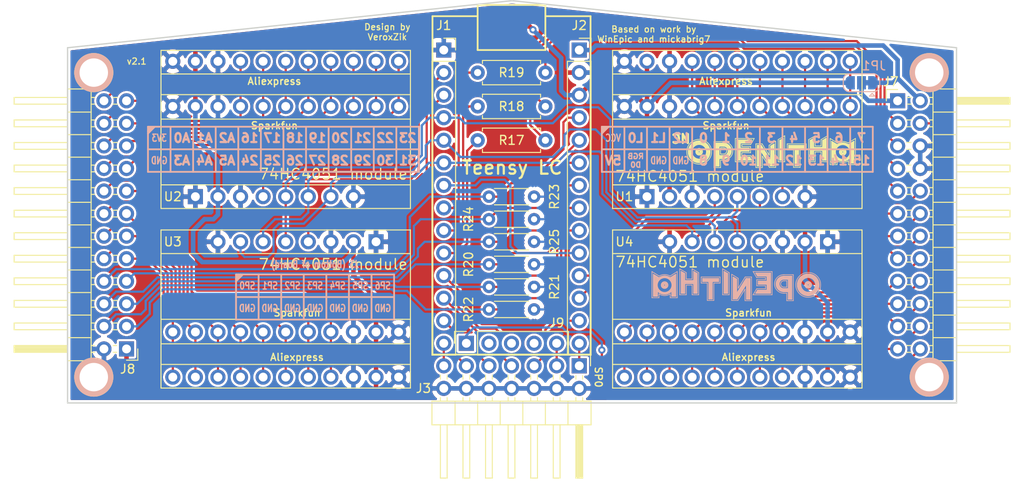
<source format=kicad_pcb>
(kicad_pcb (version 20171130) (host pcbnew "(5.1.6)-1")
  (layers (0 F.Cu signal) (31 B.Cu signal) (34 B.Paste user) (35 F.Paste user) (36 B.SilkS user) (37 F.SilkS user hide) (38 B.Mask user hide) (39 F.Mask user) (44 Edge.Cuts user))
  (net 0 "")
  (net 1 /AIR_5)
  (net 2 /AIR_4)
  (net 3 /AIR_3)
  (net 4 /AIR_2)
  (net 5 /AIR_1)
  (net 6 /AIR_0)
  (net 7 /LED_2)
  (net 8 /LED_1)
  (net 9 GND)
  (net 10 /LED_0)
  (net 11 +5V)
  (net 12 /MUX_0)
  (net 13 /MUX_1)
  (net 14 /MUX_2)
  (net 15 /KEY_7)
  (net 16 /KEY_6)
  (net 17 /KEY_5)
  (net 18 /KEY_4)
  (net 19 /KEY_3)
  (net 20 /KEY_2)
  (net 21 /KEY_1)
  (net 22 /KEY_0)
  (net 23 /KEY_8)
  (net 24 /KEY_9)
  (net 25 /KEY_10)
  (net 26 /KEY_11)
  (net 27 /KEY_12)
  (net 28 /KEY_13)
  (net 29 /KEY_14)
  (net 30 /KEY_15)
  (net 31 /RGB_DO)
  (net 32 /LED_2_OUT)
  (net 33 /LED_1_OUT)
  (net 34 /LED_0_OUT)
  (net 35 +3V3)
  (net 36 /TOUCH_1)
  (net 37 /TOUCH_0)
  (net 38 /RGB_DO_BUF)
  (net 39 "Net-(J9-Pad2)")
  (net 40 "Net-(J9-Pad3)")
  (net 41 "Net-(J9-Pad4)")
  (net 42 /TOUCH_2)
  (net 43 /TOUCH_3)
  (net 44 /KEY_23)
  (net 45 /KEY_22)
  (net 46 /KEY_21)
  (net 47 /KEY_20)
  (net 48 /KEY_19)
  (net 49 /KEY_18)
  (net 50 /KEY_17)
  (net 51 /KEY_16)
  (net 52 /KEY_31)
  (net 53 /KEY_30)
  (net 54 /KEY_29)
  (net 55 /KEY_28)
  (net 56 /KEY_27)
  (net 57 /KEY_26)
  (net 58 /KEY_25)
  (net 59 /KEY_24)
  (net 60 /SPARE_3)
  (net 61 /SPARE_2)
  (net 62 /SPARE_1)
  (net 63 /SPARE_0)
  (net 64 /SPARE_5)
  (net 65 /SPARE_4)
  (net 66 /SPARE_6)
  (net 67 VCC)
  (module Jumper:SolderJumper-3_P1.3mm_Bridged12_RoundedPad1.0x1.5mm (layer B.Cu) (at 194.31 51.943 180)
    (fp_text reference JP1 (at -1.397 1.905) (layer B.SilkS) (effects (justify mirror)))
    (fp_text value SolderJumper_3_Bridged12)
    (fp_poly (pts (xy -0.9 0.3) (xy -0.4 0.3) (xy -0.4 -0.3) (xy -0.9 -0.3)) (layer B.Cu) (width 0))
    (pad 1 smd custom (at -1.3 0 180) (size 1 0.5) (layers B.Cu B.Mask) (net 11 +5V) (options (clearance outline) (anchor rect)) (primitives (gr_circle (center 0 -0.25) (end 0.5 -0.25) (width 0)) (gr_circle (center 0 0.25) (end 0.5 0.25) (width 0)) (gr_poly (pts (xy 0.55 0.75) (xy 0 0.75) (xy 0 -0.75) (xy 0.55 -0.75)) (width 0))))
    (pad 2 smd rect (at 0 0 180) (size 1 1.5) (layers B.Cu B.Mask) (net 67 VCC))
    (pad 3 smd custom (at 1.3 0 180) (size 1 0.5) (layers B.Cu B.Mask) (net 35 +3V3) (options (clearance outline) (anchor rect)) (primitives (gr_circle (center 0 -0.25) (end 0.5 -0.25) (width 0)) (gr_circle (center 0 0.25) (end 0.5 0.25) (width 0)) (gr_poly (pts (xy -0.55 0.75) (xy 0 0.75) (xy 0 -0.75) (xy -0.55 -0.75)) (width 0))))
  )
  (module Connector_PinHeader_2.54mm:PinHeader_2x07_P2.54mm_Horizontal (layer F.Cu) (at 162.56 83.82 270)
    (fp_text reference J3 (at 2.54 17.526 180) (layer F.SilkS))
    (fp_text value Conn_02x07_Odd_Even)
    (pad 14 thru_hole oval (at 2.54 15.24 270) (size 1.7 1.7) (drill 1) (layers *.Cu *.Mask) (net 9 GND))
    (pad 13 thru_hole oval (at 0 15.24 270) (size 1.7 1.7) (drill 1) (layers *.Cu *.Mask) (net 66 /SPARE_6))
    (pad 12 thru_hole oval (at 2.54 12.7 270) (size 1.7 1.7) (drill 1) (layers *.Cu *.Mask) (net 9 GND))
    (pad 11 thru_hole oval (at 0 12.7 270) (size 1.7 1.7) (drill 1) (layers *.Cu *.Mask) (net 64 /SPARE_5))
    (pad 10 thru_hole oval (at 2.54 10.16 270) (size 1.7 1.7) (drill 1) (layers *.Cu *.Mask) (net 9 GND))
    (pad 9 thru_hole oval (at 0 10.16 270) (size 1.7 1.7) (drill 1) (layers *.Cu *.Mask) (net 65 /SPARE_4))
    (pad 8 thru_hole oval (at 2.54 7.62 270) (size 1.7 1.7) (drill 1) (layers *.Cu *.Mask) (net 9 GND))
    (pad 7 thru_hole oval (at 0 7.62 270) (size 1.7 1.7) (drill 1) (layers *.Cu *.Mask) (net 60 /SPARE_3))
    (pad 6 thru_hole oval (at 2.54 5.08 270) (size 1.7 1.7) (drill 1) (layers *.Cu *.Mask) (net 9 GND))
    (pad 5 thru_hole oval (at 0 5.08 270) (size 1.7 1.7) (drill 1) (layers *.Cu *.Mask) (net 61 /SPARE_2))
    (pad 4 thru_hole oval (at 2.54 2.54 270) (size 1.7 1.7) (drill 1) (layers *.Cu *.Mask) (net 9 GND))
    (pad 3 thru_hole oval (at 0 2.54 270) (size 1.7 1.7) (drill 1) (layers *.Cu *.Mask) (net 62 /SPARE_1))
    (pad 2 thru_hole oval (at 2.54 0 270) (size 1.7 1.7) (drill 1) (layers *.Cu *.Mask) (net 9 GND))
    (pad 1 thru_hole rect (at 0 0 270) (size 1.7 1.7) (drill 1) (layers *.Cu *.Mask) (net 63 /SPARE_0))
  )
  (module MountingHole:MountingHole_3.2mm_M3_ISO14580 (layer F.Cu) (at 201.93 50.8)
    (fp_text reference H4 hide)
    (fp_text value MountingHole)
    (pad 1 np_thru_hole circle (at 0 0) (size 3.2 3.2) (drill 3.2) (layers *.Cu *.Mask))
  )
  (module MountingHole:MountingHole_3.2mm_M3_ISO14580 (layer F.Cu) (at 201.93 85.09)
    (fp_text reference H3 hide)
    (fp_text value MountingHole)
    (pad 1 np_thru_hole circle (at 0 0) (size 3.2 3.2) (drill 3.2) (layers *.Cu *.Mask))
  )
  (module MountingHole:MountingHole_3.2mm_M3_ISO14580 (layer F.Cu) (at 107.95 50.8)
    (fp_text reference H2 hide)
    (fp_text value MountingHole)
    (pad 1 np_thru_hole circle (at 0 0) (size 3.2 3.2) (drill 3.2) (layers *.Cu *.Mask))
  )
  (module MountingHole:MountingHole_3.2mm_M3_ISO14580 (layer F.Cu) (at 107.95 85.09)
    (fp_text reference H1 hide)
    (fp_text value MountingHole)
    (pad 1 np_thru_hole circle (at 0 0) (size 3.2 3.2) (drill 3.2) (layers *.Cu *.Mask))
  )
  (module OpeNITHM:openithm-logo (layer B.Cu) (at 180.213 74.676 180)
    (fp_text reference LOGO2 hide)
    (fp_text value Logo hide)
  )
  (module OpeNITHM:openithm-logo (layer F.Cu) (at 184.15 59.69)
    (fp_text reference LOGO1 hide)
    (fp_text value Logo hide)
  )
  (module 74HC4051:74HC4051_Sparkfun_Aliexpress (layer F.Cu) (at 193.04 69.85 270)
    (fp_text reference U4 (at 0 25.4 180) (layer F.SilkS))
    (fp_text value 74HC4051)
    (fp_text user Aliexpress (at 13 11.43) (layer F.SilkS) (effects (font (size 0.8 0.8))))
    (fp_text user Sparkfun (at 8 11.43) (layer F.SilkS) (effects (font (size 0.8 0.8))))
    (fp_text user "74HC4051 module" (at 2.286 18.034) (layer F.SilkS) (effects (font (size 1.2 1.2))))
    (pad 17 thru_hole oval (at 15.24 5.08 270) (size 1.7 1.7) (drill 1) (layers *.Cu *.Mask) (net 9 GND))
    (pad 14 thru_hole oval (at 15.24 12.7 270) (size 1.7 1.7) (drill 1) (layers *.Cu *.Mask) (net 16 /KEY_6))
    (pad 16 thru_hole oval (at 15.24 7.62 270) (size 1.7 1.7) (drill 1) (layers *.Cu *.Mask) (net 15 /KEY_7))
    (pad 19 thru_hole circle (at 15.24 0 270) (size 1.7 1.7) (drill 1) (layers *.Cu *.Mask) (net 9 GND))
    (pad 12 thru_hole oval (at 15.24 17.78 270) (size 1.7 1.7) (drill 1) (layers *.Cu *.Mask) (net 17 /KEY_5))
    (pad 11 thru_hole oval (at 15.24 20.32 270) (size 1.7 1.7) (drill 1) (layers *.Cu *.Mask) (net 28 /KEY_13))
    (pad 13 thru_hole oval (at 15.24 15.24 270) (size 1.7 1.7) (drill 1) (layers *.Cu *.Mask) (net 29 /KEY_14))
    (pad 15 thru_hole oval (at 15.24 10.16 270) (size 1.7 1.7) (drill 1) (layers *.Cu *.Mask) (net 30 /KEY_15))
    (pad 10 thru_hole oval (at 15.24 22.86 270) (size 1.7 1.7) (drill 1) (layers *.Cu *.Mask) (net 18 /KEY_4))
    (pad 18 thru_hole oval (at 15.24 2.54 270) (size 1.7 1.7) (drill 1) (layers *.Cu *.Mask) (net 35 +3V3))
    (pad 9 thru_hole oval (at 15.24 25.4 270) (size 1.7 1.7) (drill 1) (layers *.Cu *.Mask) (net 27 /KEY_12))
    (pad 4 thru_hole oval (at 0 10.16 270) (size 1.7 1.7) (drill 1) (layers *.Cu *.Mask) (net 43 /TOUCH_3))
    (pad 3 thru_hole oval (at 0 7.62 270) (size 1.7 1.7) (drill 1) (layers *.Cu *.Mask) (net 9 GND))
    (pad 1 thru_hole rect (at 0 2.54 270) (size 1.7 1.7) (drill 1) (layers *.Cu *.Mask) (net 9 GND))
    (pad 7 thru_hole oval (at 0 17.78 270) (size 1.7 1.7) (drill 1) (layers *.Cu *.Mask) (net 14 /MUX_2))
    (pad 8 thru_hole oval (at 0 20.32 270) (size 1.7 1.7) (drill 1) (layers *.Cu *.Mask) (net 9 GND))
    (pad 2 thru_hole oval (at 0 5.08 270) (size 1.7 1.7) (drill 1) (layers *.Cu *.Mask) (net 35 +3V3))
    (pad 6 thru_hole oval (at 0 15.24 270) (size 1.7 1.7) (drill 1) (layers *.Cu *.Mask) (net 13 /MUX_1))
    (pad 5 thru_hole oval (at 0 12.7 270) (size 1.7 1.7) (drill 1) (layers *.Cu *.Mask) (net 12 /MUX_0))
    (pad 9 thru_hole oval (at 10.16 25.4 270) (size 1.7 1.7) (drill 1) (layers *.Cu *.Mask) (net 27 /KEY_12))
    (pad 10 thru_hole oval (at 10.16 22.86 270) (size 1.7 1.7) (drill 1) (layers *.Cu *.Mask) (net 18 /KEY_4))
    (pad 11 thru_hole oval (at 10.16 20.32 270) (size 1.7 1.7) (drill 1) (layers *.Cu *.Mask) (net 28 /KEY_13))
    (pad 12 thru_hole oval (at 10.16 17.78 270) (size 1.7 1.7) (drill 1) (layers *.Cu *.Mask) (net 17 /KEY_5))
    (pad 13 thru_hole oval (at 10.16 15.24 270) (size 1.7 1.7) (drill 1) (layers *.Cu *.Mask) (net 29 /KEY_14))
    (pad 14 thru_hole oval (at 10.16 12.7 270) (size 1.7 1.7) (drill 1) (layers *.Cu *.Mask) (net 16 /KEY_6))
    (pad 15 thru_hole oval (at 10.16 10.16 270) (size 1.7 1.7) (drill 1) (layers *.Cu *.Mask) (net 30 /KEY_15))
    (pad 16 thru_hole oval (at 10.16 7.62 270) (size 1.7 1.7) (drill 1) (layers *.Cu *.Mask) (net 15 /KEY_7))
    (pad 17 thru_hole oval (at 10.16 5.08 270) (size 1.7 1.7) (drill 1) (layers *.Cu *.Mask) (net 9 GND))
    (pad 18 thru_hole oval (at 10.16 2.54 270) (size 1.7 1.7) (drill 1) (layers *.Cu *.Mask) (net 35 +3V3))
    (pad 19 thru_hole circle (at 10.16 0 270) (size 1.7 1.7) (drill 1) (layers *.Cu *.Mask) (net 9 GND))
  )
  (module 74HC4051:74HC4051_Sparkfun_Aliexpress (layer F.Cu) (at 142.24 69.85 270)
    (fp_text reference U3 (at 0 25.4 180) (layer F.SilkS))
    (fp_text value 74HC4051)
    (fp_text user Aliexpress (at 13 11.43) (layer F.SilkS) (effects (font (size 0.8 0.8))))
    (fp_text user Sparkfun (at 8 11.43) (layer F.SilkS) (effects (font (size 0.8 0.8))))
    (fp_text user "74HC4051 module" (at 2.54 7.366) (layer F.SilkS) (effects (font (size 1.2 1.2))))
    (pad 17 thru_hole oval (at 15.24 5.08 270) (size 1.7 1.7) (drill 1) (layers *.Cu *.Mask) (net 9 GND))
    (pad 14 thru_hole oval (at 15.24 12.7 270) (size 1.7 1.7) (drill 1) (layers *.Cu *.Mask) (net 57 /KEY_26))
    (pad 16 thru_hole oval (at 15.24 7.62 270) (size 1.7 1.7) (drill 1) (layers *.Cu *.Mask) (net 56 /KEY_27))
    (pad 19 thru_hole circle (at 15.24 0 270) (size 1.7 1.7) (drill 1) (layers *.Cu *.Mask) (net 9 GND))
    (pad 12 thru_hole oval (at 15.24 17.78 270) (size 1.7 1.7) (drill 1) (layers *.Cu *.Mask) (net 58 /KEY_25))
    (pad 11 thru_hole oval (at 15.24 20.32 270) (size 1.7 1.7) (drill 1) (layers *.Cu *.Mask) (net 50 /KEY_17))
    (pad 13 thru_hole oval (at 15.24 15.24 270) (size 1.7 1.7) (drill 1) (layers *.Cu *.Mask) (net 49 /KEY_18))
    (pad 15 thru_hole oval (at 15.24 10.16 270) (size 1.7 1.7) (drill 1) (layers *.Cu *.Mask) (net 48 /KEY_19))
    (pad 10 thru_hole oval (at 15.24 22.86 270) (size 1.7 1.7) (drill 1) (layers *.Cu *.Mask) (net 59 /KEY_24))
    (pad 18 thru_hole oval (at 15.24 2.54 270) (size 1.7 1.7) (drill 1) (layers *.Cu *.Mask) (net 35 +3V3))
    (pad 9 thru_hole oval (at 15.24 25.4 270) (size 1.7 1.7) (drill 1) (layers *.Cu *.Mask) (net 51 /KEY_16))
    (pad 4 thru_hole oval (at 0 10.16 270) (size 1.7 1.7) (drill 1) (layers *.Cu *.Mask) (net 42 /TOUCH_2))
    (pad 3 thru_hole oval (at 0 7.62 270) (size 1.7 1.7) (drill 1) (layers *.Cu *.Mask) (net 9 GND))
    (pad 1 thru_hole rect (at 0 2.54 270) (size 1.7 1.7) (drill 1) (layers *.Cu *.Mask) (net 9 GND))
    (pad 7 thru_hole oval (at 0 17.78 270) (size 1.7 1.7) (drill 1) (layers *.Cu *.Mask) (net 14 /MUX_2))
    (pad 8 thru_hole oval (at 0 20.32 270) (size 1.7 1.7) (drill 1) (layers *.Cu *.Mask) (net 9 GND))
    (pad 2 thru_hole oval (at 0 5.08 270) (size 1.7 1.7) (drill 1) (layers *.Cu *.Mask) (net 35 +3V3))
    (pad 6 thru_hole oval (at 0 15.24 270) (size 1.7 1.7) (drill 1) (layers *.Cu *.Mask) (net 13 /MUX_1))
    (pad 5 thru_hole oval (at 0 12.7 270) (size 1.7 1.7) (drill 1) (layers *.Cu *.Mask) (net 12 /MUX_0))
    (pad 9 thru_hole oval (at 10.16 25.4 270) (size 1.7 1.7) (drill 1) (layers *.Cu *.Mask) (net 51 /KEY_16))
    (pad 10 thru_hole oval (at 10.16 22.86 270) (size 1.7 1.7) (drill 1) (layers *.Cu *.Mask) (net 59 /KEY_24))
    (pad 11 thru_hole oval (at 10.16 20.32 270) (size 1.7 1.7) (drill 1) (layers *.Cu *.Mask) (net 50 /KEY_17))
    (pad 12 thru_hole oval (at 10.16 17.78 270) (size 1.7 1.7) (drill 1) (layers *.Cu *.Mask) (net 58 /KEY_25))
    (pad 13 thru_hole oval (at 10.16 15.24 270) (size 1.7 1.7) (drill 1) (layers *.Cu *.Mask) (net 49 /KEY_18))
    (pad 14 thru_hole oval (at 10.16 12.7 270) (size 1.7 1.7) (drill 1) (layers *.Cu *.Mask) (net 57 /KEY_26))
    (pad 15 thru_hole oval (at 10.16 10.16 270) (size 1.7 1.7) (drill 1) (layers *.Cu *.Mask) (net 48 /KEY_19))
    (pad 16 thru_hole oval (at 10.16 7.62 270) (size 1.7 1.7) (drill 1) (layers *.Cu *.Mask) (net 56 /KEY_27))
    (pad 17 thru_hole oval (at 10.16 5.08 270) (size 1.7 1.7) (drill 1) (layers *.Cu *.Mask) (net 9 GND))
    (pad 18 thru_hole oval (at 10.16 2.54 270) (size 1.7 1.7) (drill 1) (layers *.Cu *.Mask) (net 35 +3V3))
    (pad 19 thru_hole circle (at 10.16 0 270) (size 1.7 1.7) (drill 1) (layers *.Cu *.Mask) (net 9 GND))
  )
  (module 74HC4051:74HC4051_Sparkfun_Aliexpress (layer F.Cu) (at 116.84 64.77 90)
    (fp_text reference U2 (at 0 0 180) (layer F.SilkS))
    (fp_text value 74HC4051)
    (fp_text user Aliexpress (at 13 11.43) (layer F.SilkS) (effects (font (size 0.8 0.8))))
    (fp_text user Sparkfun (at 8 11.43) (layer F.SilkS) (effects (font (size 0.8 0.8))))
    (fp_text user "74HC4051 module" (at 2.54 18.034) (layer F.SilkS) (effects (font (size 1.2 1.2))))
    (pad 17 thru_hole oval (at 15.24 5.08 90) (size 1.7 1.7) (drill 1) (layers *.Cu *.Mask) (net 9 GND))
    (pad 14 thru_hole oval (at 15.24 12.7 90) (size 1.7 1.7) (drill 1) (layers *.Cu *.Mask) (net 53 /KEY_30))
    (pad 16 thru_hole oval (at 15.24 7.62 90) (size 1.7 1.7) (drill 1) (layers *.Cu *.Mask) (net 52 /KEY_31))
    (pad 19 thru_hole circle (at 15.24 0 90) (size 1.7 1.7) (drill 1) (layers *.Cu *.Mask) (net 9 GND))
    (pad 12 thru_hole oval (at 15.24 17.78 90) (size 1.7 1.7) (drill 1) (layers *.Cu *.Mask) (net 54 /KEY_29))
    (pad 11 thru_hole oval (at 15.24 20.32 90) (size 1.7 1.7) (drill 1) (layers *.Cu *.Mask) (net 46 /KEY_21))
    (pad 13 thru_hole oval (at 15.24 15.24 90) (size 1.7 1.7) (drill 1) (layers *.Cu *.Mask) (net 45 /KEY_22))
    (pad 15 thru_hole oval (at 15.24 10.16 90) (size 1.7 1.7) (drill 1) (layers *.Cu *.Mask) (net 44 /KEY_23))
    (pad 10 thru_hole oval (at 15.24 22.86 90) (size 1.7 1.7) (drill 1) (layers *.Cu *.Mask) (net 55 /KEY_28))
    (pad 18 thru_hole oval (at 15.24 2.54 90) (size 1.7 1.7) (drill 1) (layers *.Cu *.Mask) (net 35 +3V3))
    (pad 9 thru_hole oval (at 15.24 25.4 90) (size 1.7 1.7) (drill 1) (layers *.Cu *.Mask) (net 47 /KEY_20))
    (pad 4 thru_hole oval (at 0 10.16 90) (size 1.7 1.7) (drill 1) (layers *.Cu *.Mask) (net 36 /TOUCH_1))
    (pad 3 thru_hole oval (at 0 7.62 90) (size 1.7 1.7) (drill 1) (layers *.Cu *.Mask) (net 9 GND))
    (pad 1 thru_hole rect (at 0 2.54 90) (size 1.7 1.7) (drill 1) (layers *.Cu *.Mask) (net 9 GND))
    (pad 7 thru_hole oval (at 0 17.78 90) (size 1.7 1.7) (drill 1) (layers *.Cu *.Mask) (net 14 /MUX_2))
    (pad 8 thru_hole oval (at 0 20.32 90) (size 1.7 1.7) (drill 1) (layers *.Cu *.Mask) (net 9 GND))
    (pad 2 thru_hole oval (at 0 5.08 90) (size 1.7 1.7) (drill 1) (layers *.Cu *.Mask) (net 35 +3V3))
    (pad 6 thru_hole oval (at 0 15.24 90) (size 1.7 1.7) (drill 1) (layers *.Cu *.Mask) (net 13 /MUX_1))
    (pad 5 thru_hole oval (at 0 12.7 90) (size 1.7 1.7) (drill 1) (layers *.Cu *.Mask) (net 12 /MUX_0))
    (pad 9 thru_hole oval (at 10.16 25.4 90) (size 1.7 1.7) (drill 1) (layers *.Cu *.Mask) (net 47 /KEY_20))
    (pad 10 thru_hole oval (at 10.16 22.86 90) (size 1.7 1.7) (drill 1) (layers *.Cu *.Mask) (net 55 /KEY_28))
    (pad 11 thru_hole oval (at 10.16 20.32 90) (size 1.7 1.7) (drill 1) (layers *.Cu *.Mask) (net 46 /KEY_21))
    (pad 12 thru_hole oval (at 10.16 17.78 90) (size 1.7 1.7) (drill 1) (layers *.Cu *.Mask) (net 54 /KEY_29))
    (pad 13 thru_hole oval (at 10.16 15.24 90) (size 1.7 1.7) (drill 1) (layers *.Cu *.Mask) (net 45 /KEY_22))
    (pad 14 thru_hole oval (at 10.16 12.7 90) (size 1.7 1.7) (drill 1) (layers *.Cu *.Mask) (net 53 /KEY_30))
    (pad 15 thru_hole oval (at 10.16 10.16 90) (size 1.7 1.7) (drill 1) (layers *.Cu *.Mask) (net 44 /KEY_23))
    (pad 16 thru_hole oval (at 10.16 7.62 90) (size 1.7 1.7) (drill 1) (layers *.Cu *.Mask) (net 52 /KEY_31))
    (pad 17 thru_hole oval (at 10.16 5.08 90) (size 1.7 1.7) (drill 1) (layers *.Cu *.Mask) (net 9 GND))
    (pad 18 thru_hole oval (at 10.16 2.54 90) (size 1.7 1.7) (drill 1) (layers *.Cu *.Mask) (net 35 +3V3))
    (pad 19 thru_hole circle (at 10.16 0 90) (size 1.7 1.7) (drill 1) (layers *.Cu *.Mask) (net 9 GND))
  )
  (module 74HC4051:74HC4051_Sparkfun_Aliexpress (layer F.Cu) (at 167.64 64.77 90)
    (fp_text reference U1 (at 0 0 180) (layer F.SilkS))
    (fp_text value 74HC4051)
    (fp_text user Aliexpress (at 13 11.43) (layer F.SilkS) (effects (font (size 0.8 0.8))))
    (fp_text user Sparkfun (at 8 11.43) (layer F.SilkS) (effects (font (size 0.8 0.8))))
    (fp_text user "74HC4051 module" (at 2.286 7.366) (layer F.SilkS) (effects (font (size 1.2 1.2))))
    (pad 17 thru_hole oval (at 15.24 5.08 90) (size 1.7 1.7) (drill 1) (layers *.Cu *.Mask) (net 9 GND))
    (pad 14 thru_hole oval (at 15.24 12.7 90) (size 1.7 1.7) (drill 1) (layers *.Cu *.Mask) (net 20 /KEY_2))
    (pad 16 thru_hole oval (at 15.24 7.62 90) (size 1.7 1.7) (drill 1) (layers *.Cu *.Mask) (net 19 /KEY_3))
    (pad 19 thru_hole circle (at 15.24 0 90) (size 1.7 1.7) (drill 1) (layers *.Cu *.Mask) (net 9 GND))
    (pad 12 thru_hole oval (at 15.24 17.78 90) (size 1.7 1.7) (drill 1) (layers *.Cu *.Mask) (net 21 /KEY_1))
    (pad 11 thru_hole oval (at 15.24 20.32 90) (size 1.7 1.7) (drill 1) (layers *.Cu *.Mask) (net 24 /KEY_9))
    (pad 13 thru_hole oval (at 15.24 15.24 90) (size 1.7 1.7) (drill 1) (layers *.Cu *.Mask) (net 25 /KEY_10))
    (pad 15 thru_hole oval (at 15.24 10.16 90) (size 1.7 1.7) (drill 1) (layers *.Cu *.Mask) (net 26 /KEY_11))
    (pad 10 thru_hole oval (at 15.24 22.86 90) (size 1.7 1.7) (drill 1) (layers *.Cu *.Mask) (net 22 /KEY_0))
    (pad 18 thru_hole oval (at 15.24 2.54 90) (size 1.7 1.7) (drill 1) (layers *.Cu *.Mask) (net 35 +3V3))
    (pad 9 thru_hole oval (at 15.24 25.4 90) (size 1.7 1.7) (drill 1) (layers *.Cu *.Mask) (net 23 /KEY_8))
    (pad 4 thru_hole oval (at 0 10.16 90) (size 1.7 1.7) (drill 1) (layers *.Cu *.Mask) (net 37 /TOUCH_0))
    (pad 3 thru_hole oval (at 0 7.62 90) (size 1.7 1.7) (drill 1) (layers *.Cu *.Mask) (net 9 GND))
    (pad 1 thru_hole rect (at 0 2.54 90) (size 1.7 1.7) (drill 1) (layers *.Cu *.Mask) (net 9 GND))
    (pad 7 thru_hole oval (at 0 17.78 90) (size 1.7 1.7) (drill 1) (layers *.Cu *.Mask) (net 14 /MUX_2))
    (pad 8 thru_hole oval (at 0 20.32 90) (size 1.7 1.7) (drill 1) (layers *.Cu *.Mask) (net 9 GND))
    (pad 2 thru_hole oval (at 0 5.08 90) (size 1.7 1.7) (drill 1) (layers *.Cu *.Mask) (net 35 +3V3))
    (pad 6 thru_hole oval (at 0 15.24 90) (size 1.7 1.7) (drill 1) (layers *.Cu *.Mask) (net 13 /MUX_1))
    (pad 5 thru_hole oval (at 0 12.7 90) (size 1.7 1.7) (drill 1) (layers *.Cu *.Mask) (net 12 /MUX_0))
    (pad 9 thru_hole oval (at 10.16 25.4 90) (size 1.7 1.7) (drill 1) (layers *.Cu *.Mask) (net 23 /KEY_8))
    (pad 10 thru_hole oval (at 10.16 22.86 90) (size 1.7 1.7) (drill 1) (layers *.Cu *.Mask) (net 22 /KEY_0))
    (pad 11 thru_hole oval (at 10.16 20.32 90) (size 1.7 1.7) (drill 1) (layers *.Cu *.Mask) (net 24 /KEY_9))
    (pad 12 thru_hole oval (at 10.16 17.78 90) (size 1.7 1.7) (drill 1) (layers *.Cu *.Mask) (net 21 /KEY_1))
    (pad 13 thru_hole oval (at 10.16 15.24 90) (size 1.7 1.7) (drill 1) (layers *.Cu *.Mask) (net 25 /KEY_10))
    (pad 14 thru_hole oval (at 10.16 12.7 90) (size 1.7 1.7) (drill 1) (layers *.Cu *.Mask) (net 20 /KEY_2))
    (pad 15 thru_hole oval (at 10.16 10.16 90) (size 1.7 1.7) (drill 1) (layers *.Cu *.Mask) (net 26 /KEY_11))
    (pad 16 thru_hole oval (at 10.16 7.62 90) (size 1.7 1.7) (drill 1) (layers *.Cu *.Mask) (net 19 /KEY_3))
    (pad 17 thru_hole oval (at 10.16 5.08 90) (size 1.7 1.7) (drill 1) (layers *.Cu *.Mask) (net 9 GND))
    (pad 18 thru_hole oval (at 10.16 2.54 90) (size 1.7 1.7) (drill 1) (layers *.Cu *.Mask) (net 35 +3V3))
    (pad 19 thru_hole circle (at 10.16 0 90) (size 1.7 1.7) (drill 1) (layers *.Cu *.Mask) (net 9 GND))
  )
  (module Connector_PinHeader_2.54mm:PinHeader_2x12_P2.54mm_Horizontal (layer F.Cu) (at 111.633 81.915 180)
    (fp_text reference J8 (at -0.127 -2.27) (layer F.SilkS))
    (fp_text value Conn_02x12_Odd_Even)
    (pad 24 thru_hole oval (at 2.54 27.94 180) (size 1.7 1.7) (drill 1) (layers *.Cu *.Mask) (net 52 /KEY_31))
    (pad 23 thru_hole oval (at 0 27.94 180) (size 1.7 1.7) (drill 1) (layers *.Cu *.Mask) (net 44 /KEY_23))
    (pad 22 thru_hole oval (at 2.54 25.4 180) (size 1.7 1.7) (drill 1) (layers *.Cu *.Mask) (net 53 /KEY_30))
    (pad 21 thru_hole oval (at 0 25.4 180) (size 1.7 1.7) (drill 1) (layers *.Cu *.Mask) (net 45 /KEY_22))
    (pad 20 thru_hole oval (at 2.54 22.86 180) (size 1.7 1.7) (drill 1) (layers *.Cu *.Mask) (net 54 /KEY_29))
    (pad 19 thru_hole oval (at 0 22.86 180) (size 1.7 1.7) (drill 1) (layers *.Cu *.Mask) (net 46 /KEY_21))
    (pad 18 thru_hole oval (at 2.54 20.32 180) (size 1.7 1.7) (drill 1) (layers *.Cu *.Mask) (net 55 /KEY_28))
    (pad 17 thru_hole oval (at 0 20.32 180) (size 1.7 1.7) (drill 1) (layers *.Cu *.Mask) (net 47 /KEY_20))
    (pad 16 thru_hole oval (at 2.54 17.78 180) (size 1.7 1.7) (drill 1) (layers *.Cu *.Mask) (net 56 /KEY_27))
    (pad 15 thru_hole oval (at 0 17.78 180) (size 1.7 1.7) (drill 1) (layers *.Cu *.Mask) (net 48 /KEY_19))
    (pad 14 thru_hole oval (at 2.54 15.24 180) (size 1.7 1.7) (drill 1) (layers *.Cu *.Mask) (net 57 /KEY_26))
    (pad 13 thru_hole oval (at 0 15.24 180) (size 1.7 1.7) (drill 1) (layers *.Cu *.Mask) (net 49 /KEY_18))
    (pad 12 thru_hole oval (at 2.54 12.7 180) (size 1.7 1.7) (drill 1) (layers *.Cu *.Mask) (net 58 /KEY_25))
    (pad 11 thru_hole oval (at 0 12.7 180) (size 1.7 1.7) (drill 1) (layers *.Cu *.Mask) (net 50 /KEY_17))
    (pad 10 thru_hole oval (at 2.54 10.16 180) (size 1.7 1.7) (drill 1) (layers *.Cu *.Mask) (net 59 /KEY_24))
    (pad 9 thru_hole oval (at 0 10.16 180) (size 1.7 1.7) (drill 1) (layers *.Cu *.Mask) (net 51 /KEY_16))
    (pad 8 thru_hole oval (at 2.54 7.62 180) (size 1.7 1.7) (drill 1) (layers *.Cu *.Mask) (net 1 /AIR_5))
    (pad 7 thru_hole oval (at 0 7.62 180) (size 1.7 1.7) (drill 1) (layers *.Cu *.Mask) (net 4 /AIR_2))
    (pad 6 thru_hole oval (at 2.54 5.08 180) (size 1.7 1.7) (drill 1) (layers *.Cu *.Mask) (net 2 /AIR_4))
    (pad 5 thru_hole oval (at 0 5.08 180) (size 1.7 1.7) (drill 1) (layers *.Cu *.Mask) (net 5 /AIR_1))
    (pad 4 thru_hole oval (at 2.54 2.54 180) (size 1.7 1.7) (drill 1) (layers *.Cu *.Mask) (net 3 /AIR_3))
    (pad 3 thru_hole oval (at 0 2.54 180) (size 1.7 1.7) (drill 1) (layers *.Cu *.Mask) (net 6 /AIR_0))
    (pad 2 thru_hole oval (at 2.54 0 180) (size 1.7 1.7) (drill 1) (layers *.Cu *.Mask) (net 9 GND))
    (pad 1 thru_hole rect (at 0 0 180) (size 1.7 1.7) (drill 1) (layers *.Cu *.Mask) (net 35 +3V3))
  )
  (module Connector_PinHeader_2.54mm:PinHeader_2x12_P2.54mm_Horizontal (layer F.Cu) (at 198.374 53.975)
    (fp_text reference J7 (at -0.762 -2.159) (layer F.SilkS))
    (fp_text value Conn_02x12_Odd_Even)
    (pad 24 thru_hole oval (at 2.54 27.94) (size 1.7 1.7) (drill 1) (layers *.Cu *.Mask) (net 15 /KEY_7))
    (pad 23 thru_hole oval (at 0 27.94) (size 1.7 1.7) (drill 1) (layers *.Cu *.Mask) (net 30 /KEY_15))
    (pad 22 thru_hole oval (at 2.54 25.4) (size 1.7 1.7) (drill 1) (layers *.Cu *.Mask) (net 16 /KEY_6))
    (pad 21 thru_hole oval (at 0 25.4) (size 1.7 1.7) (drill 1) (layers *.Cu *.Mask) (net 29 /KEY_14))
    (pad 20 thru_hole oval (at 2.54 22.86) (size 1.7 1.7) (drill 1) (layers *.Cu *.Mask) (net 17 /KEY_5))
    (pad 19 thru_hole oval (at 0 22.86) (size 1.7 1.7) (drill 1) (layers *.Cu *.Mask) (net 28 /KEY_13))
    (pad 18 thru_hole oval (at 2.54 20.32) (size 1.7 1.7) (drill 1) (layers *.Cu *.Mask) (net 18 /KEY_4))
    (pad 17 thru_hole oval (at 0 20.32) (size 1.7 1.7) (drill 1) (layers *.Cu *.Mask) (net 27 /KEY_12))
    (pad 16 thru_hole oval (at 2.54 17.78) (size 1.7 1.7) (drill 1) (layers *.Cu *.Mask) (net 19 /KEY_3))
    (pad 15 thru_hole oval (at 0 17.78) (size 1.7 1.7) (drill 1) (layers *.Cu *.Mask) (net 26 /KEY_11))
    (pad 14 thru_hole oval (at 2.54 15.24) (size 1.7 1.7) (drill 1) (layers *.Cu *.Mask) (net 20 /KEY_2))
    (pad 13 thru_hole oval (at 0 15.24) (size 1.7 1.7) (drill 1) (layers *.Cu *.Mask) (net 25 /KEY_10))
    (pad 12 thru_hole oval (at 2.54 12.7) (size 1.7 1.7) (drill 1) (layers *.Cu *.Mask) (net 21 /KEY_1))
    (pad 11 thru_hole oval (at 0 12.7) (size 1.7 1.7) (drill 1) (layers *.Cu *.Mask) (net 24 /KEY_9))
    (pad 10 thru_hole oval (at 2.54 10.16) (size 1.7 1.7) (drill 1) (layers *.Cu *.Mask) (net 22 /KEY_0))
    (pad 9 thru_hole oval (at 0 10.16) (size 1.7 1.7) (drill 1) (layers *.Cu *.Mask) (net 23 /KEY_8))
    (pad 8 thru_hole oval (at 2.54 7.62) (size 1.7 1.7) (drill 1) (layers *.Cu *.Mask) (net 9 GND))
    (pad 7 thru_hole oval (at 0 7.62) (size 1.7 1.7) (drill 1) (layers *.Cu *.Mask) (net 32 /LED_2_OUT))
    (pad 6 thru_hole oval (at 2.54 5.08) (size 1.7 1.7) (drill 1) (layers *.Cu *.Mask) (net 9 GND))
    (pad 5 thru_hole oval (at 0 5.08) (size 1.7 1.7) (drill 1) (layers *.Cu *.Mask) (net 33 /LED_1_OUT))
    (pad 4 thru_hole oval (at 2.54 2.54) (size 1.7 1.7) (drill 1) (layers *.Cu *.Mask) (net 38 /RGB_DO_BUF))
    (pad 3 thru_hole oval (at 0 2.54) (size 1.7 1.7) (drill 1) (layers *.Cu *.Mask) (net 34 /LED_0_OUT))
    (pad 2 thru_hole oval (at 2.54 0) (size 1.7 1.7) (drill 1) (layers *.Cu *.Mask) (net 11 +5V))
    (pad 1 thru_hole rect (at 0 0) (size 1.7 1.7) (drill 1) (layers *.Cu *.Mask) (net 67 VCC))
  )
  (module Resistor_THT:R_Axial_DIN0207_L6.3mm_D2.5mm_P7.62mm_Horizontal (layer F.Cu) (at 158.75 50.8 180)
    (fp_text reference R19 (at 3.81 0) (layer F.SilkS))
    (fp_text value 33)
    (pad 1 thru_hole circle (at 0 0 180) (size 1.6 1.6) (drill 0.8) (layers *.Cu *.Mask) (net 32 /LED_2_OUT))
    (pad 2 thru_hole oval (at 7.62 0 180) (size 1.6 1.6) (drill 0.8) (layers *.Cu *.Mask) (net 7 /LED_2))
  )
  (module Resistor_THT:R_Axial_DIN0207_L6.3mm_D2.5mm_P7.62mm_Horizontal (layer F.Cu) (at 158.75 54.61 180)
    (fp_text reference R18 (at 3.81 0) (layer F.SilkS))
    (fp_text value 33)
    (pad 2 thru_hole oval (at 7.62 0 180) (size 1.6 1.6) (drill 0.8) (layers *.Cu *.Mask) (net 8 /LED_1))
    (pad 1 thru_hole circle (at 0 0 180) (size 1.6 1.6) (drill 0.8) (layers *.Cu *.Mask) (net 33 /LED_1_OUT))
  )
  (module Resistor_THT:R_Axial_DIN0207_L6.3mm_D2.5mm_P7.62mm_Horizontal (layer F.Cu) (at 158.75 58.42 180)
    (fp_text reference R17 (at 3.81 0) (layer F.SilkS))
    (fp_text value 33)
    (pad 1 thru_hole circle (at 0 0 180) (size 1.6 1.6) (drill 0.8) (layers *.Cu *.Mask) (net 34 /LED_0_OUT))
    (pad 2 thru_hole oval (at 7.62 0 180) (size 1.6 1.6) (drill 0.8) (layers *.Cu *.Mask) (net 10 /LED_0))
  )
  (module Connector_PinSocket_2.54mm:PinSocket_1x05_P2.54mm_Vertical (layer F.Cu) (at 149.86 81.28 90)
    (fp_text reference J9 (at 2.286 10.16 180) (layer F.SilkS))
    (fp_text value Conn_01x05)
    (pad 1 thru_hole rect (at 0 0 90) (size 1.7 1.7) (drill 1) (layers *.Cu *.Mask) (net 38 /RGB_DO_BUF))
    (pad 2 thru_hole oval (at 0 2.54 90) (size 1.7 1.7) (drill 1) (layers *.Cu *.Mask) (net 39 "Net-(J9-Pad2)"))
    (pad 3 thru_hole oval (at 0 5.08 90) (size 1.7 1.7) (drill 1) (layers *.Cu *.Mask) (net 40 "Net-(J9-Pad3)"))
    (pad 4 thru_hole oval (at 0 7.62 90) (size 1.7 1.7) (drill 1) (layers *.Cu *.Mask) (net 41 "Net-(J9-Pad4)"))
    (pad 5 thru_hole oval (at 0 10.16 90) (size 1.7 1.7) (drill 1) (layers *.Cu *.Mask) (net 62 /SPARE_1))
  )
  (module Connector_PinSocket_2.54mm:PinSocket_1x14_P2.54mm_Vertical (layer F.Cu) (at 162.56 48.26)
    (fp_text reference J2 (at 0 -2.77) (layer F.SilkS))
    (fp_text value Conn_01x14)
    (pad 14 thru_hole oval (at 0 33.02) (size 1.7 1.7) (drill 1) (layers *.Cu *.Mask) (net 63 /SPARE_0))
    (pad 13 thru_hole oval (at 0 30.48) (size 1.7 1.7) (drill 1) (layers *.Cu *.Mask) (net 61 /SPARE_2))
    (pad 12 thru_hole oval (at 0 27.94) (size 1.7 1.7) (drill 1) (layers *.Cu *.Mask) (net 43 /TOUCH_3))
    (pad 11 thru_hole oval (at 0 25.4) (size 1.7 1.7) (drill 1) (layers *.Cu *.Mask) (net 37 /TOUCH_0))
    (pad 10 thru_hole oval (at 0 22.86) (size 1.7 1.7) (drill 1) (layers *.Cu *.Mask) (net 31 /RGB_DO))
    (pad 9 thru_hole oval (at 0 20.32) (size 1.7 1.7) (drill 1) (layers *.Cu *.Mask) (net 6 /AIR_0))
    (pad 8 thru_hole oval (at 0 17.78) (size 1.7 1.7) (drill 1) (layers *.Cu *.Mask) (net 3 /AIR_3))
    (pad 7 thru_hole oval (at 0 15.24) (size 1.7 1.7) (drill 1) (layers *.Cu *.Mask) (net 5 /AIR_1))
    (pad 6 thru_hole oval (at 0 12.7) (size 1.7 1.7) (drill 1) (layers *.Cu *.Mask) (net 2 /AIR_4))
    (pad 5 thru_hole oval (at 0 10.16) (size 1.7 1.7) (drill 1) (layers *.Cu *.Mask) (net 4 /AIR_2))
    (pad 4 thru_hole oval (at 0 7.62) (size 1.7 1.7) (drill 1) (layers *.Cu *.Mask) (net 1 /AIR_5))
    (pad 3 thru_hole oval (at 0 5.08) (size 1.7 1.7) (drill 1) (layers *.Cu *.Mask) (net 35 +3V3))
    (pad 2 thru_hole oval (at 0 2.54) (size 1.7 1.7) (drill 1) (layers *.Cu *.Mask) (net 9 GND))
    (pad 1 thru_hole rect (at 0 0) (size 1.7 1.7) (drill 1) (layers *.Cu *.Mask) (net 11 +5V))
  )
  (module Connector_PinSocket_2.54mm:PinSocket_1x14_P2.54mm_Vertical (layer F.Cu) (at 147.32 48.26)
    (fp_text reference J1 (at 0 -2.77) (layer F.SilkS))
    (fp_text value Conn_01x14)
    (pad 14 thru_hole oval (at 0 33.02) (size 1.7 1.7) (drill 1) (layers *.Cu *.Mask) (net 66 /SPARE_6))
    (pad 13 thru_hole oval (at 0 30.48) (size 1.7 1.7) (drill 1) (layers *.Cu *.Mask) (net 64 /SPARE_5))
    (pad 12 thru_hole oval (at 0 27.94) (size 1.7 1.7) (drill 1) (layers *.Cu *.Mask) (net 65 /SPARE_4))
    (pad 11 thru_hole oval (at 0 25.4) (size 1.7 1.7) (drill 1) (layers *.Cu *.Mask) (net 60 /SPARE_3))
    (pad 10 thru_hole oval (at 0 22.86) (size 1.7 1.7) (drill 1) (layers *.Cu *.Mask) (net 10 /LED_0))
    (pad 9 thru_hole oval (at 0 20.32) (size 1.7 1.7) (drill 1) (layers *.Cu *.Mask) (net 8 /LED_1))
    (pad 8 thru_hole oval (at 0 17.78) (size 1.7 1.7) (drill 1) (layers *.Cu *.Mask) (net 7 /LED_2))
    (pad 7 thru_hole oval (at 0 15.24) (size 1.7 1.7) (drill 1) (layers *.Cu *.Mask) (net 31 /RGB_DO))
    (pad 6 thru_hole oval (at 0 12.7) (size 1.7 1.7) (drill 1) (layers *.Cu *.Mask) (net 14 /MUX_2))
    (pad 5 thru_hole oval (at 0 10.16) (size 1.7 1.7) (drill 1) (layers *.Cu *.Mask) (net 13 /MUX_1))
    (pad 4 thru_hole oval (at 0 7.62) (size 1.7 1.7) (drill 1) (layers *.Cu *.Mask) (net 12 /MUX_0))
    (pad 3 thru_hole oval (at 0 5.08) (size 1.7 1.7) (drill 1) (layers *.Cu *.Mask) (net 42 /TOUCH_2))
    (pad 2 thru_hole oval (at 0 2.54) (size 1.7 1.7) (drill 1) (layers *.Cu *.Mask) (net 36 /TOUCH_1))
    (pad 1 thru_hole rect (at 0 0) (size 1.7 1.7) (drill 1) (layers *.Cu *.Mask) (net 9 GND))
  )
  (module Resistor_THT:R_Axial_DIN0204_L3.6mm_D1.6mm_P5.08mm_Horizontal (layer F.Cu) (at 152.4 77.47)
    (fp_text reference R22 (at -2.286 0 90) (layer F.SilkS))
    (fp_text value R_AIR)
    (pad 2 thru_hole oval (at 5.08 0) (size 1.4 1.4) (drill 0.7) (layers *.Cu *.Mask) (net 9 GND))
    (pad 1 thru_hole circle (at 0 0) (size 1.4 1.4) (drill 0.7) (layers *.Cu *.Mask) (net 6 /AIR_0))
  )
  (module Resistor_THT:R_Axial_DIN0204_L3.6mm_D1.6mm_P5.08mm_Horizontal (layer F.Cu) (at 152.4 72.39)
    (fp_text reference R20 (at -2.286 0 90) (layer F.SilkS))
    (fp_text value R_AIR)
    (pad 2 thru_hole oval (at 5.08 0) (size 1.4 1.4) (drill 0.7) (layers *.Cu *.Mask) (net 9 GND))
    (pad 1 thru_hole circle (at 0 0) (size 1.4 1.4) (drill 0.7) (layers *.Cu *.Mask) (net 5 /AIR_1))
  )
  (module Resistor_THT:R_Axial_DIN0204_L3.6mm_D1.6mm_P5.08mm_Horizontal (layer F.Cu) (at 152.4 67.31)
    (fp_text reference R24 (at -2.286 0 90) (layer F.SilkS))
    (fp_text value R_AIR)
    (pad 1 thru_hole circle (at 0 0) (size 1.4 1.4) (drill 0.7) (layers *.Cu *.Mask) (net 4 /AIR_2))
    (pad 2 thru_hole oval (at 5.08 0) (size 1.4 1.4) (drill 0.7) (layers *.Cu *.Mask) (net 9 GND))
  )
  (module Resistor_THT:R_Axial_DIN0204_L3.6mm_D1.6mm_P5.08mm_Horizontal (layer F.Cu) (at 152.4 74.93)
    (fp_text reference R21 (at 7.366 0 90) (layer F.SilkS))
    (fp_text value R_AIR)
    (pad 2 thru_hole oval (at 5.08 0) (size 1.4 1.4) (drill 0.7) (layers *.Cu *.Mask) (net 9 GND))
    (pad 1 thru_hole circle (at 0 0) (size 1.4 1.4) (drill 0.7) (layers *.Cu *.Mask) (net 3 /AIR_3))
  )
  (module Resistor_THT:R_Axial_DIN0204_L3.6mm_D1.6mm_P5.08mm_Horizontal (layer F.Cu) (at 152.4 69.85)
    (fp_text reference R25 (at 7.366 0 90) (layer F.SilkS))
    (fp_text value R_AIR)
    (pad 1 thru_hole circle (at 0 0) (size 1.4 1.4) (drill 0.7) (layers *.Cu *.Mask) (net 2 /AIR_4))
    (pad 2 thru_hole oval (at 5.08 0) (size 1.4 1.4) (drill 0.7) (layers *.Cu *.Mask) (net 9 GND))
  )
  (module Resistor_THT:R_Axial_DIN0204_L3.6mm_D1.6mm_P5.08mm_Horizontal (layer F.Cu) (at 152.4 64.77)
    (fp_text reference R23 (at 7.366 0 90) (layer F.SilkS))
    (fp_text value R_AIR)
    (pad 2 thru_hole oval (at 5.08 0) (size 1.4 1.4) (drill 0.7) (layers *.Cu *.Mask) (net 9 GND))
    (pad 1 thru_hole circle (at 0 0) (size 1.4 1.4) (drill 0.7) (layers *.Cu *.Mask) (net 1 /AIR_5))
  )
  (gr_text GND (at 171.49 60.706) (layer B.SilkS) (effects (font (size 0.8 0.6)) (justify mirror)))
  (gr_text VCC (at 166.37 58.166) (layer B.SilkS) (effects (font (size 0.8 0.6)) (justify mirror)))
  (gr_text SP0 (at 164.719 85.09 270) (layer F.SilkS) (effects (font (size 0.8 0.8))))
  (gr_text "J3 (Bottom of Board)" (at 132.842 72.39) (layer B.SilkS) (effects (font (size 0.8 0.6)) (justify mirror)))
  (gr_text SP6 (at 140.462 74.803) (layer B.SilkS) (effects (font (size 0.8 0.6)) (justify mirror)))
  (gr_text GND (at 140.462 77.343) (layer B.SilkS) (effects (font (size 0.8 0.6)) (justify mirror)))
  (gr_text SP5 (at 137.922 74.803) (layer B.SilkS) (effects (font (size 0.8 0.6)) (justify mirror)))
  (gr_text GND (at 137.922 77.343) (layer B.SilkS) (effects (font (size 0.8 0.6)) (justify mirror)))
  (gr_text SP4 (at 135.382 74.803) (layer B.SilkS) (effects (font (size 0.8 0.6)) (justify mirror)))
  (gr_text GND (at 135.382 77.343) (layer B.SilkS) (effects (font (size 0.8 0.6)) (justify mirror)))
  (gr_text SP3 (at 132.842 74.803) (layer B.SilkS) (effects (font (size 0.8 0.6)) (justify mirror)))
  (gr_text GND (at 132.842 77.343) (layer B.SilkS) (effects (font (size 0.8 0.6)) (justify mirror)))
  (gr_text SP2 (at 130.302 74.803) (layer B.SilkS) (effects (font (size 0.8 0.6)) (justify mirror)))
  (gr_text GND (at 130.302 77.343) (layer B.SilkS) (effects (font (size 0.8 0.6)) (justify mirror)))
  (gr_text SP1 (at 127.762 74.803) (layer B.SilkS) (effects (font (size 0.8 0.6)) (justify mirror)))
  (gr_text GND (at 127.762 77.343) (layer B.SilkS) (effects (font (size 0.8 0.6)) (justify mirror)))
  (gr_text SP0 (at 125.222 74.803) (layer B.SilkS) (effects (font (size 0.8 0.6)) (justify mirror)))
  (gr_text GND (at 125.222 77.343) (layer B.SilkS) (effects (font (size 0.8 0.6)) (justify mirror)))
  (gr_line (start 136.652 78.613) (end 136.652 73.533) (layer B.SilkS) (width 0.2))
  (gr_line (start 123.952 74.295) (end 124.46 73.533) (layer B.SilkS) (width 0.2))
  (gr_line (start 131.572 73.533) (end 131.572 78.613) (layer B.SilkS) (width 0.2))
  (gr_line (start 126.492 73.533) (end 126.492 78.613) (layer B.SilkS) (width 0.2))
  (gr_line (start 124.714 73.533) (end 123.952 74.295) (layer B.SilkS) (width 0.2))
  (gr_line (start 129.032 78.613) (end 129.032 73.533) (layer B.SilkS) (width 0.2))
  (gr_line (start 123.952 74.041) (end 124.206 73.533) (layer B.SilkS) (width 0.2))
  (gr_line (start 123.952 78.613) (end 123.952 73.533) (layer B.SilkS) (width 0.2))
  (gr_line (start 141.732 78.613) (end 141.732 73.533) (layer B.SilkS) (width 0.2))
  (gr_line (start 141.732 76.073) (end 123.952 76.073) (layer B.SilkS) (width 0.2))
  (gr_line (start 134.112 78.613) (end 134.112 73.533) (layer B.SilkS) (width 0.2))
  (gr_line (start 139.192 78.613) (end 139.192 73.533) (layer B.SilkS) (width 0.2))
  (gr_line (start 124.46 73.533) (end 123.952 74.041) (layer B.SilkS) (width 0.2))
  (gr_line (start 141.732 73.533) (end 123.952 73.533) (layer B.SilkS) (width 0.2))
  (gr_line (start 141.732 78.613) (end 123.952 78.613) (layer B.SilkS) (width 0.2))
  (gr_text "RGB\nD0" (at 168.91 60.706) (layer B.SilkS) (effects (font (size 0.6 0.6)) (justify mirror)))
  (gr_text 10 (at 181.61 60.706) (layer B.SilkS) (effects (font (size 1 1) (thickness 0.25)) (justify mirror)))
  (gr_text 11 (at 184.15 60.706) (layer B.SilkS) (effects (font (size 1 1) (thickness 0.25)) (justify mirror)))
  (gr_text 8 (at 176.53 60.706) (layer B.SilkS) (effects (font (size 1 1) (thickness 0.25)) (justify mirror)))
  (gr_text 9 (at 179.07 60.706) (layer B.SilkS) (effects (font (size 1 1) (thickness 0.25)) (justify mirror)))
  (gr_text 14 (at 191.77 60.706) (layer B.SilkS) (effects (font (size 1 1) (thickness 0.25)) (justify mirror)))
  (gr_text 13 (at 189.23 60.706) (layer B.SilkS) (effects (font (size 1 1) (thickness 0.25)) (justify mirror)))
  (gr_text 12 (at 186.69 60.706) (layer B.SilkS) (effects (font (size 1 1) (thickness 0.25)) (justify mirror)))
  (gr_text 15 (at 194.31 60.706) (layer B.SilkS) (effects (font (size 1 1) (thickness 0.25)) (justify mirror)))
  (gr_text 5V (at 166.37 60.706) (layer B.SilkS) (effects (font (size 1 1) (thickness 0.25)) (justify mirror)))
  (gr_line (start 144.526 61.976) (end 144.526 56.896) (layer B.SilkS) (width 0.2))
  (gr_text 26 (at 130.556 60.706) (layer B.SilkS) (effects (font (size 1 1) (thickness 0.25)) (justify mirror)))
  (gr_text 29 (at 138.176 60.706) (layer B.SilkS) (effects (font (size 1 1) (thickness 0.25)) (justify mirror)))
  (gr_text 25 (at 128.016 60.706) (layer B.SilkS) (effects (font (size 1 1) (thickness 0.25)) (justify mirror)))
  (gr_text 27 (at 133.096 60.706) (layer B.SilkS) (effects (font (size 1 1) (thickness 0.25)) (justify mirror)))
  (gr_text 24 (at 125.476 60.706) (layer B.SilkS) (effects (font (size 1 1) (thickness 0.25)) (justify mirror)))
  (gr_text 28 (at 135.636 60.706) (layer B.SilkS) (effects (font (size 1 1) (thickness 0.25)) (justify mirror)))
  (gr_text 31 (at 143.256 60.706) (layer B.SilkS) (effects (font (size 1 1) (thickness 0.25)) (justify mirror)))
  (gr_text 30 (at 140.716 60.706) (layer B.SilkS) (effects (font (size 1 1) (thickness 0.25)) (justify mirror)))
  (gr_text 22 (at 140.716 58.166) (layer B.SilkS) (effects (font (size 1 1) (thickness 0.25)) (justify mirror)))
  (gr_text 23 (at 143.256 58.166) (layer B.SilkS) (effects (font (size 1 1) (thickness 0.25)) (justify mirror)))
  (gr_text 3V3 (at 115.316 58.166) (layer B.SilkS) (effects (font (size 0.8 0.6)) (justify mirror)))
  (gr_text GND (at 115.316 60.706) (layer B.SilkS) (effects (font (size 0.8 0.6)) (justify mirror)))
  (gr_line (start 144.526 61.976) (end 114.046 61.976) (layer B.SilkS) (width 0.2))
  (gr_line (start 195.58 61.976) (end 165.1 61.976) (layer B.SilkS) (width 0.2))
  (gr_text 16 (at 125.476 58.166) (layer B.SilkS) (effects (font (size 1 1) (thickness 0.25)) (justify mirror)))
  (gr_text A3 (at 117.856 60.706) (layer B.SilkS) (effects (font (size 1 1) (thickness 0.25)) (justify mirror)))
  (gr_text A0 (at 117.856 58.166) (layer B.SilkS) (effects (font (size 1 1) (thickness 0.25)) (justify mirror)))
  (gr_text A2 (at 122.936 58.166) (layer B.SilkS) (effects (font (size 1 1) (thickness 0.25)) (justify mirror)))
  (gr_text A1 (at 120.396 58.166) (layer B.SilkS) (effects (font (size 1 1) (thickness 0.25)) (justify mirror)))
  (gr_text A4 (at 120.396 60.706) (layer B.SilkS) (effects (font (size 1 1) (thickness 0.25)) (justify mirror)))
  (gr_text A5 (at 122.936 60.706) (layer B.SilkS) (effects (font (size 1 1) (thickness 0.25)) (justify mirror)))
  (gr_text 21 (at 138.176 58.166) (layer B.SilkS) (effects (font (size 1 1) (thickness 0.25)) (justify mirror)))
  (gr_text 19 (at 133.096 58.166) (layer B.SilkS) (effects (font (size 1 1) (thickness 0.25)) (justify mirror)))
  (gr_text 18 (at 130.556 58.166) (layer B.SilkS) (effects (font (size 1 1) (thickness 0.25)) (justify mirror)))
  (gr_text 17 (at 128.016 58.166) (layer B.SilkS) (effects (font (size 1 1) (thickness 0.25)) (justify mirror)))
  (gr_text 20 (at 135.636 58.166) (layer B.SilkS) (effects (font (size 1 1) (thickness 0.25)) (justify mirror)))
  (gr_line (start 144.526 59.436) (end 114.046 59.436) (layer B.SilkS) (width 0.2))
  (gr_line (start 126.746 61.976) (end 126.746 56.896) (layer B.SilkS) (width 0.2))
  (gr_line (start 134.366 61.976) (end 134.366 56.896) (layer B.SilkS) (width 0.2))
  (gr_line (start 121.666 56.896) (end 121.666 61.976) (layer B.SilkS) (width 0.2))
  (gr_line (start 129.286 61.976) (end 129.286 56.896) (layer B.SilkS) (width 0.2))
  (gr_line (start 114.046 61.976) (end 114.046 56.896) (layer B.SilkS) (width 0.2))
  (gr_line (start 144.526 56.896) (end 114.046 56.896) (layer B.SilkS) (width 0.2))
  (gr_line (start 124.206 61.976) (end 124.206 56.896) (layer B.SilkS) (width 0.2))
  (gr_line (start 131.826 61.976) (end 131.826 56.896) (layer B.SilkS) (width 0.2))
  (gr_line (start 114.046 57.404) (end 114.3 56.896) (layer B.SilkS) (width 0.2))
  (gr_line (start 114.046 57.658) (end 114.554 56.896) (layer B.SilkS) (width 0.2))
  (gr_line (start 114.808 56.896) (end 114.046 57.658) (layer B.SilkS) (width 0.2))
  (gr_line (start 119.126 61.976) (end 119.126 56.896) (layer B.SilkS) (width 0.2))
  (gr_line (start 114.554 56.896) (end 114.046 57.404) (layer B.SilkS) (width 0.2))
  (gr_line (start 116.586 56.896) (end 116.586 61.976) (layer B.SilkS) (width 0.2))
  (gr_line (start 141.986 61.976) (end 141.986 56.896) (layer B.SilkS) (width 0.2))
  (gr_line (start 136.906 61.976) (end 136.906 56.896) (layer B.SilkS) (width 0.2))
  (gr_line (start 139.446 61.976) (end 139.446 56.896) (layer B.SilkS) (width 0.2))
  (gr_text 4 (at 186.69 58.166) (layer B.SilkS) (effects (font (size 1 1) (thickness 0.25)) (justify mirror)))
  (gr_text 6 (at 191.77 58.166) (layer B.SilkS) (effects (font (size 1 1) (thickness 0.25)) (justify mirror)))
  (gr_text 7 (at 194.31 58.166) (layer B.SilkS) (effects (font (size 1 1) (thickness 0.25)) (justify mirror)))
  (gr_text 5 (at 189.23 58.166) (layer B.SilkS) (effects (font (size 1 1) (thickness 0.25)) (justify mirror)))
  (gr_line (start 187.96 61.976) (end 187.96 56.896) (layer B.SilkS) (width 0.2))
  (gr_line (start 195.58 61.976) (end 195.58 56.896) (layer B.SilkS) (width 0.2))
  (gr_line (start 190.5 61.976) (end 190.5 56.896) (layer B.SilkS) (width 0.2))
  (gr_line (start 193.04 61.976) (end 193.04 56.896) (layer B.SilkS) (width 0.2))
  (gr_text v2.1 (at 112.776 49.53) (layer F.SilkS) (effects (font (size 0.7 0.7) (thickness 0.125))))
  (gr_text GND (at 173.99 60.706) (layer B.SilkS) (effects (font (size 0.8 0.6)) (justify mirror)))
  (gr_text L0 (at 168.91 58.166) (layer B.SilkS) (effects (font (size 1 1) (thickness 0.25)) (justify mirror)))
  (gr_text 3 (at 184.15 58.166) (layer B.SilkS) (effects (font (size 1 1) (thickness 0.25)) (justify mirror)))
  (gr_text 1 (at 179.07 58.166) (layer B.SilkS) (effects (font (size 1 1) (thickness 0.25)) (justify mirror)))
  (gr_text NC (at 173.99 58.166 180) (layer F.SilkS) (effects (font (size 1 1) (thickness 0.25))))
  (gr_text 0 (at 176.53 58.166) (layer B.SilkS) (effects (font (size 1 1) (thickness 0.25)) (justify mirror)))
  (gr_text L2 (at 173.99 58.166) (layer B.SilkS) (effects (font (size 1 1) (thickness 0.25)) (justify mirror)))
  (gr_text L1 (at 171.45 58.166) (layer B.SilkS) (effects (font (size 1 1) (thickness 0.25)) (justify mirror)))
  (gr_text 2 (at 181.61 58.166) (layer B.SilkS) (effects (font (size 1 1) (thickness 0.25)) (justify mirror)))
  (gr_line (start 195.58 56.896) (end 165.1 56.896) (layer B.SilkS) (width 0.2))
  (gr_line (start 185.42 61.976) (end 185.42 56.896) (layer B.SilkS) (width 0.2))
  (gr_line (start 165.1 61.976) (end 165.1 56.896) (layer B.SilkS) (width 0.2))
  (gr_line (start 180.34 61.976) (end 180.34 56.896) (layer B.SilkS) (width 0.2))
  (gr_line (start 177.8 61.976) (end 177.8 56.896) (layer B.SilkS) (width 0.2))
  (gr_line (start 195.58 59.436) (end 165.1 59.436) (layer B.SilkS) (width 0.2))
  (gr_line (start 172.72 56.896) (end 172.72 61.976) (layer B.SilkS) (width 0.2))
  (gr_line (start 167.64 56.896) (end 167.64 61.976) (layer B.SilkS) (width 0.2))
  (gr_line (start 175.26 61.976) (end 175.26 56.896) (layer B.SilkS) (width 0.2))
  (gr_line (start 170.18 61.976) (end 170.18 56.896) (layer B.SilkS) (width 0.2))
  (gr_line (start 182.88 61.976) (end 182.88 56.896) (layer B.SilkS) (width 0.2))
  (gr_line (start 165.1 57.404) (end 165.354 56.896) (layer B.SilkS) (width 0.2))
  (gr_line (start 165.1 57.658) (end 165.608 56.896) (layer B.SilkS) (width 0.2))
  (gr_line (start 165.862 56.896) (end 165.1 57.658) (layer B.SilkS) (width 0.2))
  (gr_line (start 165.608 56.896) (end 165.1 57.404) (layer B.SilkS) (width 0.2))
  (gr_text "Based on work by\nWinEpic and mickabrig7" (at 170.942 46.482) (layer F.SilkS) (effects (font (size 0.7 0.7) (thickness 0.125))))
  (gr_circle (center 201.93 50.8) (end 203.63 50.8) (layer B.SilkS) (width 1))
  (gr_circle (center 201.93 85.09) (end 203.63 85.09) (layer B.SilkS) (width 1))
  (gr_circle (center 107.95 85.09) (end 109.65 85.09) (layer B.SilkS) (width 1))
  (gr_circle (center 107.95 50.8) (end 109.65 50.8) (layer B.SilkS) (width 1))
  (gr_text "Design by\nVeroxZik" (at 140.97 46.228) (layer F.SilkS) (effects (font (size 0.7 0.7) (thickness 0.125))))
  (gr_circle (center 107.95 50.8) (end 109.65 50.8) (layer F.SilkS) (width 1))
  (gr_circle (center 107.95 85.09) (end 109.65 85.09) (layer F.SilkS) (width 1))
  (gr_circle (center 201.93 85.09) (end 203.63 85.09) (layer F.SilkS) (width 1))
  (gr_circle (center 201.93 50.8) (end 203.63 50.8) (layer F.SilkS) (width 1))
  (gr_line (start 158.75 44.45) (end 163.83 44.45) (layer F.SilkS) (width 0.2))
  (gr_line (start 146.05 44.45) (end 151.13 44.45) (layer F.SilkS) (width 0.2))
  (gr_line (start 158.75 48.26) (end 158.75 43.18) (layer F.SilkS) (width 0.2))
  (gr_line (start 151.13 48.26) (end 158.75 48.26) (layer F.SilkS) (width 0.2))
  (gr_line (start 151.13 43.18) (end 151.13 48.26) (layer F.SilkS) (width 0.2))
  (gr_line (start 151.13 43.18) (end 158.75 43.18) (layer F.SilkS) (width 0.2))
  (gr_line (start 146.05 44.45) (end 146.05 82.55) (layer F.SilkS) (width 0.2))
  (gr_line (start 163.83 82.55) (end 163.83 44.45) (layer F.SilkS) (width 0.2))
  (gr_line (start 146.05 82.55) (end 163.83 82.55) (layer F.SilkS) (width 0.2))
  (gr_text "Teensy LC" (at 155 61.5) (layer F.SilkS) (effects (font (size 1.5 1.5) (thickness 0.25))))
  (gr_line (start 155 42.7) (end 205 48) (layer Edge.Cuts) (width 0.15))
  (gr_line (start 155 42.7) (end 105 48) (layer Edge.Cuts) (width 0.15))
  (gr_line (start 105 48) (end 105 88) (layer Edge.Cuts) (width 0.15))
  (gr_line (start 205 88) (end 205 48) (layer Edge.Cuts) (width 0.15))
  (gr_line (start 105 88) (end 205 88) (layer Edge.Cuts) (width 0.15))
  (segment (start 153.389949 64.77) (end 152.4 64.77) (width 0.25) (layer F.Cu) (net 1))
  (segment (start 154.913949 63.246) (end 153.389949 64.77) (width 0.25) (layer F.Cu) (net 1))
  (segment (start 162.56 55.88) (end 161.29 55.88) (width 0.25) (layer F.Cu) (net 1))
  (segment (start 160.782 56.388) (end 160.782 59.436) (width 0.25) (layer F.Cu) (net 1))
  (segment (start 160.782 59.436) (end 156.972 63.246) (width 0.25) (layer F.Cu) (net 1))
  (segment (start 156.972 63.246) (end 154.913949 63.246) (width 0.25) (layer F.Cu) (net 1))
  (segment (start 161.29 55.88) (end 160.782 56.388) (width 0.25) (layer F.Cu) (net 1))
  (segment (start 152.4 64.77) (end 145.796 64.77) (width 0.25) (layer B.Cu) (net 1))
  (segment (start 145.796 64.77) (end 143.51 67.056) (width 0.25) (layer B.Cu) (net 1))
  (segment (start 143.51 67.056) (end 143.51 71.12) (width 0.25) (layer B.Cu) (net 1))
  (segment (start 110.457999 72.930001) (end 109.942999 73.445001) (width 0.25) (layer B.Cu) (net 1))
  (segment (start 109.942999 73.445001) (end 109.093 74.295) (width 0.25) (layer B.Cu) (net 1))
  (segment (start 141.699999 72.930001) (end 110.457999 72.930001) (width 0.25) (layer B.Cu) (net 1))
  (segment (start 143.51 71.12) (end 141.699999 72.930001) (width 0.25) (layer B.Cu) (net 1))
  (segment (start 153.389949 69.85) (end 154.659949 68.58) (width 0.25) (layer F.Cu) (net 2))
  (segment (start 152.4 69.85) (end 153.389949 69.85) (width 0.25) (layer F.Cu) (net 2))
  (segment (start 159.17797 68.15203) (end 159.17797 62.56403) (width 0.25) (layer F.Cu) (net 2))
  (segment (start 154.659949 68.58) (end 158.75 68.58) (width 0.25) (layer F.Cu) (net 2))
  (segment (start 158.75 68.58) (end 159.17797 68.15203) (width 0.25) (layer F.Cu) (net 2))
  (segment (start 160.782 60.96) (end 162.56 60.96) (width 0.25) (layer F.Cu) (net 2))
  (segment (start 159.17797 62.56403) (end 160.782 60.96) (width 0.25) (layer F.Cu) (net 2))
  (segment (start 115.11999 73.85601) (end 113.505999 75.470001) (width 0.25) (layer B.Cu) (net 2))
  (segment (start 152.4 69.85) (end 145.172019 69.85) (width 0.25) (layer B.Cu) (net 2))
  (segment (start 144.410018 71.492802) (end 142.04681 73.85601) (width 0.25) (layer B.Cu) (net 2))
  (segment (start 144.410019 70.612) (end 144.410018 71.492802) (width 0.25) (layer B.Cu) (net 2))
  (segment (start 145.172019 69.85) (end 144.410019 70.612) (width 0.25) (layer B.Cu) (net 2))
  (segment (start 142.04681 73.85601) (end 115.11999 73.85601) (width 0.25) (layer B.Cu) (net 2))
  (segment (start 110.457999 75.470001) (end 109.093 76.835) (width 0.25) (layer B.Cu) (net 2))
  (segment (start 113.505999 75.470001) (end 110.457999 75.470001) (width 0.25) (layer B.Cu) (net 2))
  (segment (start 153.389949 74.93) (end 154.659949 73.66) (width 0.25) (layer F.Cu) (net 3))
  (segment (start 152.4 74.93) (end 153.389949 74.93) (width 0.25) (layer F.Cu) (net 3))
  (segment (start 159.258 73.66) (end 160.07799 72.84001) (width 0.25) (layer F.Cu) (net 3))
  (segment (start 154.659949 73.66) (end 159.258 73.66) (width 0.25) (layer F.Cu) (net 3))
  (segment (start 160.07799 72.84001) (end 160.07799 66.99801) (width 0.25) (layer F.Cu) (net 3))
  (segment (start 161.036 66.04) (end 162.56 66.04) (width 0.25) (layer F.Cu) (net 3))
  (segment (start 160.07799 66.99801) (end 161.036 66.04) (width 0.25) (layer F.Cu) (net 3))
  (segment (start 110.457999 78.010001) (end 109.942999 78.525001) (width 0.25) (layer B.Cu) (net 3))
  (segment (start 113.792 77.47) (end 113.251999 78.010001) (width 0.25) (layer B.Cu) (net 3))
  (segment (start 109.942999 78.525001) (end 109.093 79.375) (width 0.25) (layer B.Cu) (net 3))
  (segment (start 152.4 74.93) (end 141.986 74.93) (width 0.25) (layer B.Cu) (net 3))
  (segment (start 113.251999 78.010001) (end 110.457999 78.010001) (width 0.25) (layer B.Cu) (net 3))
  (segment (start 141.81203 74.75603) (end 115.550461 74.75603) (width 0.25) (layer B.Cu) (net 3))
  (segment (start 141.986 74.93) (end 141.81203 74.75603) (width 0.25) (layer B.Cu) (net 3))
  (segment (start 115.550461 74.75603) (end 113.792 76.514491) (width 0.25) (layer B.Cu) (net 3))
  (segment (start 113.792 76.514491) (end 113.792 77.47) (width 0.25) (layer B.Cu) (net 3))
  (segment (start 153.67 66.04) (end 152.4 67.31) (width 0.25) (layer F.Cu) (net 4))
  (segment (start 158.496 66.04) (end 153.67 66.04) (width 0.25) (layer F.Cu) (net 4))
  (segment (start 162.56 58.42) (end 158.727961 62.252039) (width 0.25) (layer F.Cu) (net 4))
  (segment (start 158.72796 65.80804) (end 158.496 66.04) (width 0.25) (layer F.Cu) (net 4))
  (segment (start 158.727961 62.252039) (end 158.72796 65.80804) (width 0.25) (layer F.Cu) (net 4))
  (segment (start 152.4 67.31) (end 144.72201 67.31) (width 0.25) (layer B.Cu) (net 4))
  (segment (start 143.960009 71.306401) (end 141.86041 73.406) (width 0.25) (layer B.Cu) (net 4))
  (segment (start 144.72201 67.31) (end 143.96001 68.072) (width 0.25) (layer B.Cu) (net 4))
  (segment (start 143.96001 68.072) (end 143.960009 71.306401) (width 0.25) (layer B.Cu) (net 4))
  (segment (start 112.522 73.406) (end 111.633 74.295) (width 0.25) (layer B.Cu) (net 4))
  (segment (start 141.86041 73.406) (end 112.522 73.406) (width 0.25) (layer B.Cu) (net 4))
  (segment (start 153.389949 72.39) (end 154.659949 71.12) (width 0.25) (layer F.Cu) (net 5))
  (segment (start 152.4 72.39) (end 153.389949 72.39) (width 0.25) (layer F.Cu) (net 5))
  (segment (start 159.004 71.12) (end 159.62798 70.49602) (width 0.25) (layer F.Cu) (net 5))
  (segment (start 154.659949 71.12) (end 159.004 71.12) (width 0.25) (layer F.Cu) (net 5))
  (segment (start 159.62798 70.49602) (end 159.62798 64.65402) (width 0.25) (layer F.Cu) (net 5))
  (segment (start 160.782 63.5) (end 162.56 63.5) (width 0.25) (layer F.Cu) (net 5))
  (segment (start 159.62798 64.65402) (end 160.782 63.5) (width 0.25) (layer F.Cu) (net 5))
  (segment (start 152.4 72.39) (end 144.14923 72.39) (width 0.25) (layer B.Cu) (net 5))
  (segment (start 144.14923 72.39) (end 142.23321 74.30602) (width 0.25) (layer B.Cu) (net 5))
  (segment (start 142.23321 74.30602) (end 115.316 74.30602) (width 0.25) (layer B.Cu) (net 5))
  (segment (start 112.835081 76.835) (end 111.633 76.835) (width 0.25) (layer B.Cu) (net 5))
  (segment (start 115.316 74.354081) (end 112.835081 76.835) (width 0.25) (layer B.Cu) (net 5))
  (segment (start 115.316 74.30602) (end 115.316 74.354081) (width 0.25) (layer B.Cu) (net 5))
  (segment (start 153.389949 77.47) (end 154.659949 76.2) (width 0.25) (layer F.Cu) (net 6))
  (segment (start 152.4 77.47) (end 153.389949 77.47) (width 0.25) (layer F.Cu) (net 6))
  (segment (start 154.659949 76.2) (end 159.512 76.2) (width 0.25) (layer F.Cu) (net 6))
  (segment (start 159.512 76.2) (end 160.528 75.184) (width 0.25) (layer F.Cu) (net 6))
  (segment (start 160.528 75.184) (end 160.528 69.088) (width 0.25) (layer F.Cu) (net 6))
  (segment (start 161.036 68.58) (end 162.56 68.58) (width 0.25) (layer F.Cu) (net 6))
  (segment (start 160.528 69.088) (end 161.036 68.58) (width 0.25) (layer F.Cu) (net 6))
  (segment (start 152.4 77.47) (end 145.288 77.47) (width 0.25) (layer B.Cu) (net 6))
  (segment (start 141.67401 75.38001) (end 141.50004 75.20604) (width 0.25) (layer B.Cu) (net 6))
  (segment (start 145.288 77.47) (end 143.19801 75.38001) (width 0.25) (layer B.Cu) (net 6))
  (segment (start 143.19801 75.38001) (end 141.67401 75.38001) (width 0.25) (layer B.Cu) (net 6))
  (segment (start 141.50004 75.20604) (end 115.736861 75.20604) (width 0.25) (layer B.Cu) (net 6))
  (segment (start 115.736861 75.20604) (end 114.24201 76.700891) (width 0.25) (layer B.Cu) (net 6))
  (segment (start 112.835081 79.375) (end 111.633 79.375) (width 0.25) (layer B.Cu) (net 6))
  (segment (start 114.242009 77.968072) (end 112.835081 79.375) (width 0.25) (layer B.Cu) (net 6))
  (segment (start 114.24201 76.700891) (end 114.242009 77.968072) (width 0.25) (layer B.Cu) (net 6))
  (segment (start 149 51.75) (end 149 65.4) (width 0.25) (layer F.Cu) (net 7))
  (segment (start 151.13 50.8) (end 149.95 50.8) (width 0.25) (layer F.Cu) (net 7))
  (segment (start 148.36 66.04) (end 147.32 66.04) (width 0.25) (layer F.Cu) (net 7))
  (segment (start 149 65.4) (end 148.36 66.04) (width 0.25) (layer F.Cu) (net 7))
  (segment (start 149.95 50.8) (end 149 51.75) (width 0.25) (layer F.Cu) (net 7))
  (segment (start 148.82 68.58) (end 147.32 68.58) (width 0.25) (layer F.Cu) (net 8))
  (segment (start 149.5 67.9) (end 148.82 68.58) (width 0.25) (layer F.Cu) (net 8))
  (segment (start 149.5 55.25) (end 149.5 67.9) (width 0.25) (layer F.Cu) (net 8))
  (segment (start 151.13 54.61) (end 150.14 54.61) (width 0.25) (layer F.Cu) (net 8))
  (segment (start 150.14 54.61) (end 149.5 55.25) (width 0.25) (layer F.Cu) (net 8))
  (segment (start 157.48 77.47) (end 160.02 77.47) (width 0.25) (layer B.Cu) (net 9))
  (segment (start 157.48 74.93) (end 160.02 74.93) (width 0.25) (layer B.Cu) (net 9))
  (segment (start 157.48 72.39) (end 160.02 72.39) (width 0.25) (layer B.Cu) (net 9))
  (segment (start 157.48 69.85) (end 160.02 69.85) (width 0.25) (layer B.Cu) (net 9))
  (segment (start 157.48 67.31) (end 160.02 67.31) (width 0.25) (layer B.Cu) (net 9))
  (segment (start 157.48 64.77) (end 160.02 64.77) (width 0.25) (layer B.Cu) (net 9))
  (segment (start 148.88 71.12) (end 147.32 71.12) (width 0.25) (layer F.Cu) (net 10))
  (segment (start 151.13 58.42) (end 149.95001 59.59999) (width 0.25) (layer F.Cu) (net 10))
  (segment (start 149.95001 70.04999) (end 148.88 71.12) (width 0.25) (layer F.Cu) (net 10))
  (segment (start 149.95001 59.59999) (end 149.95001 70.04999) (width 0.25) (layer F.Cu) (net 10))
  (segment (start 163.918 48.26) (end 164.428 47.75) (width 0.508) (layer B.Cu) (net 11))
  (segment (start 162.56 48.26) (end 163.918 48.26) (width 0.508) (layer B.Cu) (net 11))
  (segment (start 164.428 47.75) (end 196.75 47.75) (width 0.508) (layer B.Cu) (net 11))
  (segment (start 198.374 49.374) (end 196.75 47.75) (width 0.508) (layer B.Cu) (net 11))
  (segment (start 200.914 53.975) (end 198.374 51.435) (width 0.508) (layer B.Cu) (net 11))
  (segment (start 198.374 51.435) (end 198.374 49.374) (width 0.508) (layer B.Cu) (net 11))
  (segment (start 197.866 51.943) (end 198.374 51.435) (width 0.508) (layer B.Cu) (net 11))
  (segment (start 195.61 51.943) (end 197.866 51.943) (width 0.508) (layer B.Cu) (net 11))
  (segment (start 180.34 67.818) (end 180.34 69.85) (width 0.25) (layer B.Cu) (net 12))
  (segment (start 169.0964 67.11399) (end 179.63599 67.11399) (width 0.25) (layer B.Cu) (net 12))
  (segment (start 164.686999 54.704999) (end 166.05801 56.07601) (width 0.25) (layer B.Cu) (net 12))
  (segment (start 166.05801 56.07601) (end 166.05801 64.0756) (width 0.25) (layer B.Cu) (net 12))
  (segment (start 179.63599 67.11399) (end 180.34 67.818) (width 0.25) (layer B.Cu) (net 12))
  (segment (start 166.05801 64.0756) (end 169.0964 67.11399) (width 0.25) (layer B.Cu) (net 12))
  (segment (start 161.384999 54.704999) (end 164.686999 54.704999) (width 0.25) (layer B.Cu) (net 12))
  (segment (start 180.34 66.40998) (end 180.34 64.77) (width 0.25) (layer B.Cu) (net 12))
  (segment (start 179.63599 67.11399) (end 180.34 66.40998) (width 0.25) (layer B.Cu) (net 12))
  (segment (start 129.54 64.77) (end 129.54 69.85) (width 0.25) (layer F.Cu) (net 12))
  (segment (start 145.72 55.88) (end 147.32 55.88) (width 0.25) (layer B.Cu) (net 12))
  (segment (start 129.54 63.246) (end 131.318 61.468) (width 0.25) (layer B.Cu) (net 12))
  (segment (start 144.84999 60.1136) (end 144.84999 56.75001) (width 0.25) (layer B.Cu) (net 12))
  (segment (start 144.84999 56.75001) (end 145.72 55.88) (width 0.25) (layer B.Cu) (net 12))
  (segment (start 129.54 64.77) (end 129.54 63.246) (width 0.25) (layer B.Cu) (net 12))
  (segment (start 131.318 61.468) (end 143.49559 61.468) (width 0.25) (layer B.Cu) (net 12))
  (segment (start 143.49559 61.468) (end 144.84999 60.1136) (width 0.25) (layer B.Cu) (net 12))
  (segment (start 147.32 55.88) (end 149.08 55.88) (width 0.25) (layer B.Cu) (net 12))
  (segment (start 149.08 55.88) (end 149.7 56.5) (width 0.25) (layer B.Cu) (net 12))
  (segment (start 159.589998 56.5) (end 161.384999 54.704999) (width 0.25) (layer B.Cu) (net 12))
  (segment (start 149.7 56.5) (end 159.589998 56.5) (width 0.25) (layer B.Cu) (net 12))
  (segment (start 177.8 68.647919) (end 179.391919 67.056) (width 0.25) (layer F.Cu) (net 13))
  (segment (start 177.8 69.85) (end 177.8 68.647919) (width 0.25) (layer F.Cu) (net 13))
  (segment (start 179.391919 67.056) (end 182.118 67.056) (width 0.25) (layer F.Cu) (net 13))
  (segment (start 182.88 66.294) (end 182.88 64.77) (width 0.25) (layer F.Cu) (net 13))
  (segment (start 182.118 67.056) (end 182.88 66.294) (width 0.25) (layer F.Cu) (net 13))
  (segment (start 127 68.647919) (end 128.337919 67.31) (width 0.25) (layer B.Cu) (net 13))
  (segment (start 127 69.85) (end 127 68.647919) (width 0.25) (layer B.Cu) (net 13))
  (segment (start 128.337919 67.31) (end 131.318 67.31) (width 0.25) (layer B.Cu) (net 13))
  (segment (start 132.08 66.548) (end 132.08 64.77) (width 0.25) (layer B.Cu) (net 13))
  (segment (start 131.318 67.31) (end 132.08 66.548) (width 0.25) (layer B.Cu) (net 13))
  (segment (start 132.08 64.77) (end 132.08 62.992) (width 0.25) (layer B.Cu) (net 13))
  (segment (start 143.624 61.976) (end 145.3 60.3) (width 0.25) (layer B.Cu) (net 13))
  (segment (start 132.08 62.992) (end 133.096 61.976) (width 0.25) (layer B.Cu) (net 13))
  (segment (start 133.096 61.976) (end 143.624 61.976) (width 0.25) (layer B.Cu) (net 13))
  (segment (start 145.88 58.42) (end 147.32 58.42) (width 0.25) (layer B.Cu) (net 13))
  (segment (start 145.3 59) (end 145.88 58.42) (width 0.25) (layer B.Cu) (net 13))
  (segment (start 145.3 60.3) (end 145.3 59) (width 0.25) (layer B.Cu) (net 13))
  (segment (start 177.8 68.072) (end 177.8 69.85) (width 0.25) (layer B.Cu) (net 13))
  (segment (start 160.9 57.8) (end 161.5 57.2) (width 0.25) (layer B.Cu) (net 13))
  (segment (start 160.9 59) (end 160.9 57.8) (width 0.25) (layer B.Cu) (net 13))
  (segment (start 147.32 58.42) (end 149.2 60.3) (width 0.25) (layer B.Cu) (net 13))
  (segment (start 159.6 60.3) (end 160.9 59) (width 0.25) (layer B.Cu) (net 13))
  (segment (start 164.4 57.2) (end 165.608 58.408) (width 0.25) (layer B.Cu) (net 13))
  (segment (start 165.608 58.408) (end 165.608 64.262) (width 0.25) (layer B.Cu) (net 13))
  (segment (start 149.2 60.3) (end 159.6 60.3) (width 0.25) (layer B.Cu) (net 13))
  (segment (start 161.5 57.2) (end 164.4 57.2) (width 0.25) (layer B.Cu) (net 13))
  (segment (start 165.608 64.262) (end 168.91 67.564) (width 0.25) (layer B.Cu) (net 13))
  (segment (start 168.91 67.564) (end 177.292 67.564) (width 0.25) (layer B.Cu) (net 13))
  (segment (start 177.292 67.564) (end 177.8 68.072) (width 0.25) (layer B.Cu) (net 13))
  (segment (start 175.26 68.647919) (end 175.26 69.85) (width 0.25) (layer B.Cu) (net 14))
  (segment (start 174.626091 68.01401) (end 175.26 68.647919) (width 0.25) (layer B.Cu) (net 14))
  (segment (start 168.7236 68.01401) (end 174.626091 68.01401) (width 0.25) (layer B.Cu) (net 14))
  (segment (start 165.15799 60.00199) (end 165.157991 64.448401) (width 0.25) (layer B.Cu) (net 14))
  (segment (start 161.29 59.69) (end 164.846 59.69) (width 0.25) (layer B.Cu) (net 14))
  (segment (start 164.846 59.69) (end 165.15799 60.00199) (width 0.25) (layer B.Cu) (net 14))
  (segment (start 165.157991 64.448401) (end 168.7236 68.01401) (width 0.25) (layer B.Cu) (net 14))
  (segment (start 175.26 69.85) (end 178.816 66.294) (width 0.25) (layer F.Cu) (net 14))
  (segment (start 178.816 66.294) (end 181.102 66.294) (width 0.25) (layer F.Cu) (net 14))
  (segment (start 181.704999 65.691001) (end 181.704999 63.659001) (width 0.25) (layer F.Cu) (net 14))
  (segment (start 181.102 66.294) (end 181.704999 65.691001) (width 0.25) (layer F.Cu) (net 14))
  (segment (start 181.704999 63.659001) (end 182.372 62.992) (width 0.25) (layer F.Cu) (net 14))
  (segment (start 182.372 62.992) (end 185.166 62.992) (width 0.25) (layer F.Cu) (net 14))
  (segment (start 185.42 63.246) (end 185.42 64.77) (width 0.25) (layer F.Cu) (net 14))
  (segment (start 185.166 62.992) (end 185.42 63.246) (width 0.25) (layer F.Cu) (net 14))
  (segment (start 134.62 64.77) (end 131.572 67.818) (width 0.25) (layer B.Cu) (net 14))
  (segment (start 131.572 67.818) (end 128.778 67.818) (width 0.25) (layer B.Cu) (net 14))
  (segment (start 128.175001 70.960999) (end 127.57901 71.55699) (width 0.25) (layer B.Cu) (net 14))
  (segment (start 128.778 67.818) (end 128.175001 68.420999) (width 0.25) (layer B.Cu) (net 14))
  (segment (start 128.175001 68.420999) (end 128.175001 70.960999) (width 0.25) (layer B.Cu) (net 14))
  (segment (start 127.57901 71.55699) (end 124.89699 71.55699) (width 0.25) (layer B.Cu) (net 14))
  (segment (start 124.46 71.12) (end 124.46 69.85) (width 0.25) (layer B.Cu) (net 14))
  (segment (start 124.89699 71.55699) (end 124.46 71.12) (width 0.25) (layer B.Cu) (net 14))
  (segment (start 144.116 62.484) (end 145.64 60.96) (width 0.25) (layer B.Cu) (net 14))
  (segment (start 135.382 62.484) (end 144.116 62.484) (width 0.25) (layer B.Cu) (net 14))
  (segment (start 134.62 64.77) (end 134.62 63.246) (width 0.25) (layer B.Cu) (net 14))
  (segment (start 145.64 60.96) (end 147.32 60.96) (width 0.25) (layer B.Cu) (net 14))
  (segment (start 134.62 63.246) (end 135.382 62.484) (width 0.25) (layer B.Cu) (net 14))
  (segment (start 160.02 60.96) (end 161.29 59.69) (width 0.25) (layer B.Cu) (net 14))
  (segment (start 147.32 60.96) (end 160.02 60.96) (width 0.25) (layer B.Cu) (net 14))
  (segment (start 185.42 81.212081) (end 185.42 85.09) (width 0.25) (layer F.Cu) (net 15))
  (segment (start 185.42 80.01) (end 185.42 81.212081) (width 0.25) (layer F.Cu) (net 15))
  (segment (start 185.42 78.807919) (end 185.977919 78.25) (width 0.25) (layer F.Cu) (net 15))
  (segment (start 185.42 80.01) (end 185.42 78.807919) (width 0.25) (layer F.Cu) (net 15))
  (segment (start 185.977919 78.25) (end 194.5 78.25) (width 0.25) (layer F.Cu) (net 15))
  (segment (start 194.5 78.25) (end 195.25 79) (width 0.25) (layer F.Cu) (net 15))
  (segment (start 195.25 79) (end 195.25 83) (width 0.25) (layer F.Cu) (net 15))
  (segment (start 195.25 83) (end 196 83.75) (width 0.25) (layer F.Cu) (net 15))
  (segment (start 199.079 83.75) (end 200.914 81.915) (width 0.25) (layer F.Cu) (net 15))
  (segment (start 196 83.75) (end 199.079 83.75) (width 0.25) (layer F.Cu) (net 15))
  (segment (start 180.34 81.212081) (end 180.34 85.09) (width 0.25) (layer F.Cu) (net 16))
  (segment (start 180.34 80.01) (end 180.34 81.212081) (width 0.25) (layer F.Cu) (net 16))
  (segment (start 199.549001 80.739999) (end 200.914 79.375) (width 0.25) (layer F.Cu) (net 16))
  (segment (start 180.34 80.01) (end 183.000018 77.349982) (width 0.25) (layer F.Cu) (net 16))
  (segment (start 194.872802 77.349982) (end 196.15002 78.6272) (width 0.25) (layer F.Cu) (net 16))
  (segment (start 183.000018 77.349982) (end 194.872802 77.349982) (width 0.25) (layer F.Cu) (net 16))
  (segment (start 196.15002 78.6272) (end 196.15002 80.15002) (width 0.25) (layer F.Cu) (net 16))
  (segment (start 196.739999 80.739999) (end 199.549001 80.739999) (width 0.25) (layer F.Cu) (net 16))
  (segment (start 196.15002 80.15002) (end 196.739999 80.739999) (width 0.25) (layer F.Cu) (net 16))
  (segment (start 175.26 81.212081) (end 175.26 85.09) (width 0.25) (layer F.Cu) (net 17))
  (segment (start 175.26 80.01) (end 175.26 81.212081) (width 0.25) (layer F.Cu) (net 17))
  (segment (start 178.820037 76.449963) (end 195.449963 76.449963) (width 0.25) (layer F.Cu) (net 17))
  (segment (start 175.26 80.01) (end 178.820037 76.449963) (width 0.25) (layer F.Cu) (net 17))
  (segment (start 197.010001 78.010001) (end 199.239999 78.010001) (width 0.25) (layer F.Cu) (net 17))
  (segment (start 195.449963 76.449963) (end 197.010001 78.010001) (width 0.25) (layer F.Cu) (net 17))
  (segment (start 199.239999 78.010001) (end 199.25 78) (width 0.25) (layer F.Cu) (net 17))
  (segment (start 199.749 78) (end 200.914 76.835) (width 0.25) (layer F.Cu) (net 17))
  (segment (start 199.25 78) (end 199.749 78) (width 0.25) (layer F.Cu) (net 17))
  (segment (start 170.18 81.212081) (end 170.18 85.09) (width 0.25) (layer F.Cu) (net 18))
  (segment (start 170.18 80.01) (end 170.18 81.212081) (width 0.25) (layer F.Cu) (net 18))
  (segment (start 170.18 80.01) (end 174.640056 75.549944) (width 0.25) (layer F.Cu) (net 18))
  (segment (start 199.659056 75.549944) (end 200.914 74.295) (width 0.25) (layer F.Cu) (net 18))
  (segment (start 174.640056 75.549944) (end 199.659056 75.549944) (width 0.25) (layer F.Cu) (net 18))
  (segment (start 175.26 50.732081) (end 175.26 54.61) (width 0.25) (layer F.Cu) (net 19))
  (segment (start 175.26 49.53) (end 175.26 50.732081) (width 0.25) (layer F.Cu) (net 19))
  (segment (start 175.26 54.61) (end 179.05002 58.40002) (width 0.25) (layer F.Cu) (net 19))
  (segment (start 179.05002 58.40002) (end 188.18415 58.40002) (width 0.25) (layer F.Cu) (net 19))
  (segment (start 194.049943 64.265813) (end 194.049943 70.049943) (width 0.25) (layer F.Cu) (net 19))
  (segment (start 188.18415 58.40002) (end 194.049943 64.265813) (width 0.25) (layer F.Cu) (net 19))
  (segment (start 194.049943 70.049943) (end 197 73) (width 0.25) (layer F.Cu) (net 19))
  (segment (start 199.669 73) (end 200.914 71.755) (width 0.25) (layer F.Cu) (net 19))
  (segment (start 197 73) (end 199.669 73) (width 0.25) (layer F.Cu) (net 19))
  (segment (start 180.34 50.732081) (end 180.34 54.61) (width 0.25) (layer F.Cu) (net 20))
  (segment (start 180.34 49.53) (end 180.34 50.732081) (width 0.25) (layer F.Cu) (net 20))
  (segment (start 180.34 54.61) (end 183.23 57.5) (width 0.25) (layer F.Cu) (net 20))
  (segment (start 183.23 57.5) (end 188.55695 57.5) (width 0.25) (layer F.Cu) (net 20))
  (segment (start 188.55695 57.5) (end 194.949963 63.893013) (width 0.25) (layer F.Cu) (net 20))
  (segment (start 194.949963 67.629454) (end 197.71051 70.390001) (width 0.25) (layer F.Cu) (net 20))
  (segment (start 194.949963 63.893013) (end 194.949963 67.629454) (width 0.25) (layer F.Cu) (net 20))
  (segment (start 199.738999 70.390001) (end 200.914 69.215) (width 0.25) (layer F.Cu) (net 20))
  (segment (start 197.71051 70.390001) (end 199.738999 70.390001) (width 0.25) (layer F.Cu) (net 20))
  (segment (start 185.42 50.732081) (end 185.42 54.61) (width 0.25) (layer F.Cu) (net 21))
  (segment (start 185.42 49.53) (end 185.42 50.732081) (width 0.25) (layer F.Cu) (net 21))
  (segment (start 185.42 54.61) (end 187.395115 56.585115) (width 0.25) (layer F.Cu) (net 21))
  (segment (start 187.395115 56.585115) (end 188.914885 56.585115) (width 0.25) (layer F.Cu) (net 21))
  (segment (start 195.849981 63.520211) (end 195.849981 66.599981) (width 0.25) (layer F.Cu) (net 21))
  (segment (start 188.914885 56.585115) (end 195.849981 63.520211) (width 0.25) (layer F.Cu) (net 21))
  (segment (start 195.849981 66.599981) (end 197.25 68) (width 0.25) (layer F.Cu) (net 21))
  (segment (start 199.589 68) (end 200.914 66.675) (width 0.25) (layer F.Cu) (net 21))
  (segment (start 197.25 68) (end 199.589 68) (width 0.25) (layer F.Cu) (net 21))
  (segment (start 190.5 53.407919) (end 190.5 49.53) (width 0.25) (layer F.Cu) (net 22))
  (segment (start 190.5 54.61) (end 190.5 53.407919) (width 0.25) (layer F.Cu) (net 22))
  (segment (start 190.5 54.61) (end 192.58999 56.69999) (width 0.25) (layer F.Cu) (net 22))
  (segment (start 192.58999 56.69999) (end 192.589991 58.987401) (width 0.25) (layer F.Cu) (net 22))
  (segment (start 192.589991 58.987401) (end 196.75 63.14741) (width 0.25) (layer F.Cu) (net 22))
  (segment (start 196.75 63.14741) (end 196.75 64.75) (width 0.25) (layer F.Cu) (net 22))
  (segment (start 196.75 64.75) (end 197.5 65.5) (width 0.25) (layer F.Cu) (net 22))
  (segment (start 199.549 65.5) (end 200.914 64.135) (width 0.25) (layer F.Cu) (net 22))
  (segment (start 197.5 65.5) (end 199.549 65.5) (width 0.25) (layer F.Cu) (net 22))
  (segment (start 193.04 50.732081) (end 193.04 54.61) (width 0.25) (layer F.Cu) (net 23))
  (segment (start 193.04 49.53) (end 193.04 50.732081) (width 0.25) (layer F.Cu) (net 23))
  (segment (start 193.04 58.801) (end 193.04 54.61) (width 0.25) (layer F.Cu) (net 23))
  (segment (start 198.374 64.135) (end 193.04 58.801) (width 0.25) (layer F.Cu) (net 23))
  (segment (start 187.96 50.732081) (end 187.96 54.61) (width 0.25) (layer F.Cu) (net 24))
  (segment (start 187.96 49.53) (end 187.96 50.732081) (width 0.25) (layer F.Cu) (net 24))
  (segment (start 188.809999 55.459999) (end 188.809999 55.843819) (width 0.25) (layer F.Cu) (net 24))
  (segment (start 187.96 54.61) (end 188.809999 55.459999) (width 0.25) (layer F.Cu) (net 24))
  (segment (start 196.299991 65.803072) (end 197.171919 66.675) (width 0.25) (layer F.Cu) (net 24))
  (segment (start 197.171919 66.675) (end 198.374 66.675) (width 0.25) (layer F.Cu) (net 24))
  (segment (start 188.809999 55.843819) (end 196.299991 63.333811) (width 0.25) (layer F.Cu) (net 24))
  (segment (start 196.299991 63.333811) (end 196.299991 65.803072) (width 0.25) (layer F.Cu) (net 24))
  (segment (start 182.88 50.732081) (end 182.88 54.61) (width 0.25) (layer F.Cu) (net 25))
  (segment (start 182.88 49.53) (end 182.88 50.732081) (width 0.25) (layer F.Cu) (net 25))
  (segment (start 182.88 54.61) (end 185.305125 57.035125) (width 0.25) (layer F.Cu) (net 25))
  (segment (start 185.305125 57.035125) (end 188.728485 57.035125) (width 0.25) (layer F.Cu) (net 25))
  (segment (start 188.728485 57.035125) (end 195.399971 63.706611) (width 0.25) (layer F.Cu) (net 25))
  (segment (start 195.399972 67.443053) (end 197.171919 69.215) (width 0.25) (layer F.Cu) (net 25))
  (segment (start 197.171919 69.215) (end 198.374 69.215) (width 0.25) (layer F.Cu) (net 25))
  (segment (start 195.399971 63.706611) (end 195.399972 67.443053) (width 0.25) (layer F.Cu) (net 25))
  (segment (start 177.8 54.61) (end 177.8 49.53) (width 0.25) (layer F.Cu) (net 26))
  (segment (start 177.8 54.61) (end 181.14001 57.95001) (width 0.25) (layer F.Cu) (net 26))
  (segment (start 181.14001 57.95001) (end 188.37055 57.95001) (width 0.25) (layer F.Cu) (net 26))
  (segment (start 194.499953 67.880953) (end 197.524001 70.905001) (width 0.25) (layer F.Cu) (net 26))
  (segment (start 197.524001 70.905001) (end 198.374 71.755) (width 0.25) (layer F.Cu) (net 26))
  (segment (start 194.499953 64.079413) (end 194.499953 67.880953) (width 0.25) (layer F.Cu) (net 26))
  (segment (start 188.37055 57.95001) (end 194.499953 64.079413) (width 0.25) (layer F.Cu) (net 26))
  (segment (start 167.64 83.887919) (end 167.64 80.01) (width 0.25) (layer F.Cu) (net 27))
  (segment (start 167.64 85.09) (end 167.64 83.887919) (width 0.25) (layer F.Cu) (net 27))
  (segment (start 172.550066 75.099934) (end 167.64 80.01) (width 0.25) (layer F.Cu) (net 27))
  (segment (start 197.400066 75.099934) (end 172.550066 75.099934) (width 0.25) (layer F.Cu) (net 27))
  (segment (start 198.205 74.295) (end 197.400066 75.099934) (width 0.25) (layer F.Cu) (net 27))
  (segment (start 198.374 74.295) (end 198.205 74.295) (width 0.25) (layer F.Cu) (net 27))
  (segment (start 172.72 83.887919) (end 172.72 80.01) (width 0.25) (layer F.Cu) (net 28))
  (segment (start 172.72 85.09) (end 172.72 83.887919) (width 0.25) (layer F.Cu) (net 28))
  (segment (start 172.72 80.01) (end 176.730047 75.999953) (width 0.25) (layer F.Cu) (net 28))
  (segment (start 176.730047 75.999953) (end 195.636364 75.999954) (width 0.25) (layer F.Cu) (net 28))
  (segment (start 196.47141 76.835) (end 198.374 76.835) (width 0.25) (layer F.Cu) (net 28))
  (segment (start 195.636364 75.999954) (end 196.47141 76.835) (width 0.25) (layer F.Cu) (net 28))
  (segment (start 177.8 81.212081) (end 177.8 85.09) (width 0.25) (layer F.Cu) (net 29))
  (segment (start 177.8 80.01) (end 177.8 81.212081) (width 0.25) (layer F.Cu) (net 29))
  (segment (start 196.888591 78.525001) (end 197.524001 78.525001) (width 0.25) (layer F.Cu) (net 29))
  (segment (start 195.263563 76.899973) (end 196.888591 78.525001) (width 0.25) (layer F.Cu) (net 29))
  (segment (start 180.910027 76.899973) (end 195.263563 76.899973) (width 0.25) (layer F.Cu) (net 29))
  (segment (start 197.524001 78.525001) (end 198.374 79.375) (width 0.25) (layer F.Cu) (net 29))
  (segment (start 177.8 80.01) (end 180.910027 76.899973) (width 0.25) (layer F.Cu) (net 29))
  (segment (start 182.88 85.09) (end 182.88 80.01) (width 0.25) (layer F.Cu) (net 30))
  (segment (start 182.88 80.01) (end 185.09001 77.79999) (width 0.25) (layer F.Cu) (net 30))
  (segment (start 194.686401 77.799991) (end 195.70001 78.8136) (width 0.25) (layer F.Cu) (net 30))
  (segment (start 185.09001 77.79999) (end 194.686401 77.799991) (width 0.25) (layer F.Cu) (net 30))
  (segment (start 195.70001 78.8136) (end 195.70001 80.95001) (width 0.25) (layer F.Cu) (net 30))
  (segment (start 196.665 81.915) (end 198.374 81.915) (width 0.25) (layer F.Cu) (net 30))
  (segment (start 195.70001 80.95001) (end 196.665 81.915) (width 0.25) (layer F.Cu) (net 30))
  (segment (start 147.32 63.5) (end 150.876 63.5) (width 0.25) (layer B.Cu) (net 31))
  (segment (start 150.876 63.5) (end 151.511 62.865) (width 0.25) (layer B.Cu) (net 31))
  (segment (start 151.511 62.865) (end 154.178 62.865) (width 0.25) (layer B.Cu) (net 31))
  (segment (start 154.178 62.865) (end 154.813 63.5) (width 0.25) (layer B.Cu) (net 31))
  (segment (start 154.813 63.5) (end 154.813 70.358) (width 0.25) (layer B.Cu) (net 31))
  (segment (start 155.575 71.12) (end 162.56 71.12) (width 0.25) (layer B.Cu) (net 31))
  (segment (start 154.813 70.358) (end 155.575 71.12) (width 0.25) (layer B.Cu) (net 31))
  (segment (start 193.627199 48.400019) (end 193.377199 48.150019) (width 0.25) (layer F.Cu) (net 32))
  (segment (start 158.75 48) (end 158.75 50.8) (width 0.25) (layer F.Cu) (net 32))
  (segment (start 164.75 46.5) (end 160.25 46.5) (width 0.25) (layer F.Cu) (net 32))
  (segment (start 193.377199 48.150019) (end 181.127198 48.150018) (width 0.25) (layer F.Cu) (net 32))
  (segment (start 180.377199 47.400019) (end 165.650019 47.400019) (width 0.25) (layer F.Cu) (net 32))
  (segment (start 181.127198 48.150018) (end 180.377199 47.400019) (width 0.25) (layer F.Cu) (net 32))
  (segment (start 165.650019 47.400019) (end 164.75 46.5) (width 0.25) (layer F.Cu) (net 32))
  (segment (start 160.25 46.5) (end 158.75 48) (width 0.25) (layer F.Cu) (net 32))
  (segment (start 193.627199 48.400019) (end 193.650019 48.400019) (width 0.25) (layer F.Cu) (net 32))
  (segment (start 193.650019 48.400019) (end 196 50.75) (width 0.25) (layer F.Cu) (net 32))
  (segment (start 196 50.75) (end 196 56.681) (width 0.25) (layer F.Cu) (net 32))
  (segment (start 196 59.221) (end 196 56.681) (width 0.25) (layer F.Cu) (net 32))
  (segment (start 198.374 61.595) (end 196 59.221) (width 0.25) (layer F.Cu) (net 32))
  (segment (start 157.5 48.61359) (end 157.5 53.36) (width 0.25) (layer F.Cu) (net 33))
  (segment (start 193.5636 47.70001) (end 181.313599 47.700009) (width 0.25) (layer F.Cu) (net 33))
  (segment (start 164.9364 46.04999) (end 160.063599 46.049991) (width 0.25) (layer F.Cu) (net 33))
  (segment (start 180.5636 46.95001) (end 165.836419 46.950009) (width 0.25) (layer F.Cu) (net 33))
  (segment (start 157.5 53.36) (end 158.75 54.61) (width 0.25) (layer F.Cu) (net 33))
  (segment (start 181.313599 47.700009) (end 180.5636 46.95001) (width 0.25) (layer F.Cu) (net 33))
  (segment (start 165.836419 46.950009) (end 164.9364 46.04999) (width 0.25) (layer F.Cu) (net 33))
  (segment (start 160.063599 46.049991) (end 157.5 48.61359) (width 0.25) (layer F.Cu) (net 33))
  (segment (start 196.45001 50.5636) (end 196.45001 54.59101) (width 0.25) (layer F.Cu) (net 33))
  (segment (start 193.836419 47.950009) (end 196.45001 50.5636) (width 0.25) (layer F.Cu) (net 33))
  (segment (start 193.813599 47.950009) (end 193.836419 47.950009) (width 0.25) (layer F.Cu) (net 33))
  (segment (start 193.5636 47.70001) (end 193.813599 47.950009) (width 0.25) (layer F.Cu) (net 33))
  (segment (start 196.45001 57.13101) (end 196.45001 54.59101) (width 0.25) (layer F.Cu) (net 33))
  (segment (start 198.374 59.055) (end 196.45001 57.13101) (width 0.25) (layer F.Cu) (net 33))
  (segment (start 157.04999 48.42719) (end 157.04999 56.71999) (width 0.25) (layer F.Cu) (net 34))
  (segment (start 157.04999 56.71999) (end 158.75 58.42) (width 0.25) (layer F.Cu) (net 34))
  (segment (start 159.877198 45.599982) (end 157.04999 48.42719) (width 0.25) (layer F.Cu) (net 34))
  (segment (start 165.122799 45.599981) (end 159.877198 45.599982) (width 0.25) (layer F.Cu) (net 34))
  (segment (start 193.77282 47.25) (end 181.5 47.25) (width 0.25) (layer F.Cu) (net 34))
  (segment (start 166.02282 46.5) (end 165.122799 45.599981) (width 0.25) (layer F.Cu) (net 34))
  (segment (start 181.5 47.25) (end 180.75 46.5) (width 0.25) (layer F.Cu) (net 34))
  (segment (start 180.75 46.5) (end 166.02282 46.5) (width 0.25) (layer F.Cu) (net 34))
  (segment (start 198.374 56.515) (end 196.90002 55.04102) (width 0.25) (layer F.Cu) (net 34))
  (segment (start 196.90002 50.3772) (end 193.77282 47.25) (width 0.25) (layer F.Cu) (net 34))
  (segment (start 196.90002 55.04102) (end 196.90002 50.3772) (width 0.25) (layer F.Cu) (net 34))
  (segment (start 139.7 81.212081) (end 139.7 85.09) (width 0.508) (layer F.Cu) (net 35))
  (segment (start 139.7 80.01) (end 139.7 81.212081) (width 0.508) (layer F.Cu) (net 35))
  (segment (start 139.7 80.01) (end 139.7 76.2) (width 0.508) (layer F.Cu) (net 35))
  (segment (start 137.16 73.66) (end 137.16 69.85) (width 0.508) (layer F.Cu) (net 35))
  (segment (start 139.7 76.2) (end 137.16 73.66) (width 0.508) (layer F.Cu) (net 35))
  (segment (start 119.38 50.732081) (end 119.38 54.61) (width 0.508) (layer F.Cu) (net 35))
  (segment (start 119.38 49.53) (end 119.38 50.732081) (width 0.508) (layer F.Cu) (net 35))
  (segment (start 119.38 54.61) (end 119.38 58.166) (width 0.508) (layer B.Cu) (net 35))
  (segment (start 121.92 60.706) (end 121.92 64.77) (width 0.508) (layer B.Cu) (net 35))
  (segment (start 119.38 58.166) (end 121.92 60.706) (width 0.508) (layer B.Cu) (net 35))
  (segment (start 170.18 49.53) (end 170.18 54.61) (width 0.508) (layer F.Cu) (net 35))
  (segment (start 169.330001 53.760001) (end 170.18 54.61) (width 0.508) (layer F.Cu) (net 35))
  (segment (start 168.060001 52.490001) (end 169.330001 53.760001) (width 0.508) (layer F.Cu) (net 35))
  (segment (start 163.409999 52.490001) (end 168.060001 52.490001) (width 0.508) (layer F.Cu) (net 35))
  (segment (start 162.56 53.34) (end 163.409999 52.490001) (width 0.508) (layer F.Cu) (net 35))
  (segment (start 190.5 81.212081) (end 190.5 85.09) (width 0.508) (layer F.Cu) (net 35))
  (segment (start 190.5 80.01) (end 190.5 81.212081) (width 0.508) (layer F.Cu) (net 35))
  (segment (start 190.5 80.01) (end 190.5 76.708) (width 0.508) (layer B.Cu) (net 35))
  (segment (start 187.96 74.168) (end 187.96 69.85) (width 0.508) (layer B.Cu) (net 35))
  (segment (start 190.5 76.708) (end 187.96 74.168) (width 0.508) (layer B.Cu) (net 35))
  (segment (start 139.7 86.292081) (end 139.124081 86.868) (width 0.508) (layer F.Cu) (net 35))
  (segment (start 139.7 85.09) (end 139.7 86.292081) (width 0.508) (layer F.Cu) (net 35))
  (segment (start 139.124081 86.868) (end 113.792 86.868) (width 0.508) (layer F.Cu) (net 35))
  (segment (start 111.633 84.709) (end 111.633 81.915) (width 0.508) (layer F.Cu) (net 35))
  (segment (start 113.792 86.868) (end 111.633 84.709) (width 0.508) (layer F.Cu) (net 35))
  (segment (start 137.16 71.052081) (end 136.076081 72.136) (width 0.508) (layer B.Cu) (net 35))
  (segment (start 137.16 69.85) (end 137.16 71.052081) (width 0.508) (layer B.Cu) (net 35))
  (segment (start 136.076081 72.136) (end 120.142 72.136) (width 0.508) (layer B.Cu) (net 35))
  (segment (start 120.142 72.136) (end 119.126 71.12) (width 0.508) (layer B.Cu) (net 35))
  (segment (start 119.126 71.12) (end 119.126 68.58) (width 0.508) (layer B.Cu) (net 35))
  (segment (start 119.126 68.58) (end 120.396 67.31) (width 0.508) (layer B.Cu) (net 35))
  (segment (start 120.396 67.31) (end 121.412 67.31) (width 0.508) (layer B.Cu) (net 35))
  (segment (start 121.92 66.802) (end 121.92 64.77) (width 0.508) (layer B.Cu) (net 35))
  (segment (start 121.412 67.31) (end 121.92 66.802) (width 0.508) (layer B.Cu) (net 35))
  (segment (start 187.96 67.818) (end 187.96 69.85) (width 0.508) (layer F.Cu) (net 35))
  (segment (start 188.468 67.31) (end 187.96 67.818) (width 0.508) (layer F.Cu) (net 35))
  (segment (start 189.738 67.31) (end 188.468 67.31) (width 0.508) (layer F.Cu) (net 35))
  (segment (start 190.5 66.548) (end 189.738 67.31) (width 0.508) (layer F.Cu) (net 35))
  (segment (start 190.5 63.5) (end 190.5 66.548) (width 0.508) (layer F.Cu) (net 35))
  (segment (start 189.23 62.23) (end 190.5 63.5) (width 0.508) (layer F.Cu) (net 35))
  (segment (start 174.057919 62.23) (end 189.23 62.23) (width 0.508) (layer F.Cu) (net 35))
  (segment (start 172.72 63.567919) (end 174.057919 62.23) (width 0.508) (layer F.Cu) (net 35))
  (segment (start 172.72 64.77) (end 172.72 63.567919) (width 0.508) (layer F.Cu) (net 35))
  (segment (start 170.18 58.352081) (end 174.057919 62.23) (width 0.508) (layer F.Cu) (net 35))
  (segment (start 170.18 54.61) (end 170.18 58.352081) (width 0.508) (layer F.Cu) (net 35))
  (segment (start 119.38 49.53) (end 119.38 48.387) (width 0.508) (layer F.Cu) (net 35))
  (segment (start 119.38 48.387) (end 120.523 47.244) (width 0.508) (layer F.Cu) (net 35))
  (segment (start 120.523 47.244) (end 141.351 47.244) (width 0.508) (layer F.Cu) (net 35))
  (segment (start 141.351 47.244) (end 143.002 45.593) (width 0.508) (layer F.Cu) (net 35))
  (via (at 157.353 45.974) (size 0.8) (drill 0.4) (layers F.Cu B.Cu) (net 35))
  (segment (start 143.002 45.593) (end 156.972 45.593) (width 0.508) (layer F.Cu) (net 35))
  (segment (start 156.972 45.593) (end 157.353 45.974) (width 0.508) (layer F.Cu) (net 35))
  (segment (start 157.353 45.974) (end 160.528 49.149) (width 0.508) (layer B.Cu) (net 35))
  (segment (start 160.528 49.149) (end 160.528 52.832) (width 0.508) (layer B.Cu) (net 35))
  (segment (start 161.036 53.34) (end 162.56 53.34) (width 0.508) (layer B.Cu) (net 35))
  (segment (start 160.528 52.832) (end 161.036 53.34) (width 0.508) (layer B.Cu) (net 35))
  (segment (start 172.847 51.943) (end 193.01 51.943) (width 0.508) (layer B.Cu) (net 35))
  (segment (start 170.18 54.61) (end 172.847 51.943) (width 0.508) (layer B.Cu) (net 35))
  (segment (start 127 63.567919) (end 127 64.77) (width 0.25) (layer F.Cu) (net 36))
  (segment (start 144.5 53.62) (end 144.5 61.9) (width 0.25) (layer F.Cu) (net 36))
  (segment (start 143.594081 62.805919) (end 127.762 62.805919) (width 0.25) (layer F.Cu) (net 36))
  (segment (start 147.32 50.8) (end 144.5 53.62) (width 0.25) (layer F.Cu) (net 36))
  (segment (start 127.762 62.805919) (end 127 63.567919) (width 0.25) (layer F.Cu) (net 36))
  (segment (start 144.5 61.9) (end 143.594081 62.805919) (width 0.25) (layer F.Cu) (net 36))
  (segment (start 163.762081 73.66) (end 170.112081 67.31) (width 0.25) (layer F.Cu) (net 37))
  (segment (start 162.56 73.66) (end 163.762081 73.66) (width 0.25) (layer F.Cu) (net 37))
  (segment (start 170.112081 67.31) (end 177.038 67.31) (width 0.25) (layer F.Cu) (net 37))
  (segment (start 177.8 66.548) (end 177.8 64.77) (width 0.25) (layer F.Cu) (net 37))
  (segment (start 177.038 67.31) (end 177.8 66.548) (width 0.25) (layer F.Cu) (net 37))
  (segment (start 204.216 57.404) (end 203.327 56.515) (width 0.25) (layer F.Cu) (net 38))
  (segment (start 204.216 86.106) (end 204.216 57.404) (width 0.25) (layer F.Cu) (net 38))
  (segment (start 202.946 87.376) (end 204.216 86.106) (width 0.25) (layer F.Cu) (net 38))
  (segment (start 165.1 81.153) (end 163.957 80.01) (width 0.25) (layer B.Cu) (net 38))
  (segment (start 203.327 56.515) (end 200.914 56.515) (width 0.25) (layer F.Cu) (net 38))
  (via (at 165.1 82.042) (size 0.8) (drill 0.4) (layers F.Cu B.Cu) (net 38))
  (segment (start 163.957 80.01) (end 161.163 80.01) (width 0.25) (layer B.Cu) (net 38))
  (segment (start 165.1 82.042) (end 165.1 81.153) (width 0.25) (layer B.Cu) (net 38))
  (segment (start 165.1 82.042) (end 165.1 86.36) (width 0.25) (layer F.Cu) (net 38))
  (segment (start 166.116 87.376) (end 202.946 87.376) (width 0.25) (layer F.Cu) (net 38))
  (segment (start 160.655 79.502) (end 150.749 79.502) (width 0.25) (layer B.Cu) (net 38))
  (segment (start 161.163 80.01) (end 160.655 79.502) (width 0.25) (layer B.Cu) (net 38))
  (segment (start 165.1 86.36) (end 166.116 87.376) (width 0.25) (layer F.Cu) (net 38))
  (segment (start 150.749 79.502) (end 149.86 80.391) (width 0.25) (layer B.Cu) (net 38))
  (segment (start 149.86 80.391) (end 149.86 81.28) (width 0.25) (layer B.Cu) (net 38))
  (segment (start 132.08 68.647919) (end 132.08 69.85) (width 0.25) (layer F.Cu) (net 42))
  (segment (start 140.118 67.818) (end 132.909919 67.818) (width 0.25) (layer F.Cu) (net 42))
  (segment (start 145.4 62.536) (end 140.118 67.818) (width 0.25) (layer F.Cu) (net 42))
  (segment (start 132.909919 67.818) (end 132.08 68.647919) (width 0.25) (layer F.Cu) (net 42))
  (segment (start 145.4 55.26) (end 145.4 62.536) (width 0.25) (layer F.Cu) (net 42))
  (segment (start 147.32 53.34) (end 145.4 55.26) (width 0.25) (layer F.Cu) (net 42))
  (segment (start 162.56 76.2) (end 166.624 72.136) (width 0.25) (layer F.Cu) (net 43))
  (segment (start 166.624 72.136) (end 182.118 72.136) (width 0.25) (layer F.Cu) (net 43))
  (segment (start 182.88 71.374) (end 182.88 69.85) (width 0.25) (layer F.Cu) (net 43))
  (segment (start 182.118 72.136) (end 182.88 71.374) (width 0.25) (layer F.Cu) (net 43))
  (segment (start 127 54.61) (end 127 49.53) (width 0.25) (layer F.Cu) (net 44))
  (segment (start 126.112071 56.70001) (end 115.313599 56.700009) (width 0.25) (layer F.Cu) (net 44))
  (segment (start 127 54.61) (end 127 55.812081) (width 0.25) (layer F.Cu) (net 44))
  (segment (start 127 55.812081) (end 126.112071 56.70001) (width 0.25) (layer F.Cu) (net 44))
  (segment (start 115.313599 56.700009) (end 114.29999 55.6864) (width 0.25) (layer F.Cu) (net 44))
  (segment (start 114.29999 55.6864) (end 114.29999 54.54999) (width 0.25) (layer F.Cu) (net 44))
  (segment (start 113.725 53.975) (end 111.633 53.975) (width 0.25) (layer F.Cu) (net 44))
  (segment (start 114.29999 54.54999) (end 113.725 53.975) (width 0.25) (layer F.Cu) (net 44))
  (segment (start 132.08 54.61) (end 132.08 49.53) (width 0.25) (layer F.Cu) (net 45))
  (segment (start 132.08 54.61) (end 129.089972 57.600028) (width 0.25) (layer F.Cu) (net 45))
  (segment (start 129.089972 57.600028) (end 114.940797 57.600027) (width 0.25) (layer F.Cu) (net 45))
  (segment (start 113.85577 56.515) (end 111.633 56.515) (width 0.25) (layer F.Cu) (net 45))
  (segment (start 114.940797 57.600027) (end 113.85577 56.515) (width 0.25) (layer F.Cu) (net 45))
  (segment (start 137.16 49.53) (end 137.16 54.61) (width 0.25) (layer F.Cu) (net 46))
  (segment (start 112.188 58.5) (end 111.633 59.055) (width 0.25) (layer F.Cu) (net 46))
  (segment (start 114 58.5) (end 112.188 58.5) (width 0.25) (layer F.Cu) (net 46))
  (segment (start 114.000046 58.500046) (end 114 58.5) (width 0.25) (layer F.Cu) (net 46))
  (segment (start 137.16 54.61) (end 133.269954 58.500046) (width 0.25) (layer F.Cu) (net 46))
  (segment (start 133.269954 58.500046) (end 114.000046 58.500046) (width 0.25) (layer F.Cu) (net 46))
  (segment (start 142.24 49.53) (end 142.24 54.61) (width 0.25) (layer F.Cu) (net 47))
  (segment (start 137.449934 59.400066) (end 142.24 54.61) (width 0.25) (layer F.Cu) (net 47))
  (segment (start 114.736344 59.400066) (end 137.449934 59.400066) (width 0.25) (layer F.Cu) (net 47))
  (segment (start 113.391409 60.745001) (end 114.736344 59.400066) (width 0.25) (layer F.Cu) (net 47))
  (segment (start 112.482999 60.745001) (end 113.391409 60.745001) (width 0.25) (layer F.Cu) (net 47))
  (segment (start 111.633 61.595) (end 112.482999 60.745001) (width 0.25) (layer F.Cu) (net 47))
  (segment (start 112.835081 64.135) (end 111.633 64.135) (width 0.25) (layer F.Cu) (net 48))
  (segment (start 113.95001 65.249929) (end 112.835081 64.135) (width 0.25) (layer F.Cu) (net 48))
  (segment (start 113.95001 67.71919) (end 113.95001 65.249929) (width 0.25) (layer F.Cu) (net 48))
  (segment (start 118.500045 72.269225) (end 113.95001 67.71919) (width 0.25) (layer F.Cu) (net 48))
  (segment (start 132.08 80.01) (end 132.08 78.807919) (width 0.25) (layer F.Cu) (net 48))
  (segment (start 132.08 78.807919) (end 129.572071 76.29999) (width 0.25) (layer F.Cu) (net 48))
  (segment (start 129.572071 76.29999) (end 119.04999 76.29999) (width 0.25) (layer F.Cu) (net 48))
  (segment (start 118.500046 75.750046) (end 118.500045 72.269225) (width 0.25) (layer F.Cu) (net 48))
  (segment (start 119.04999 76.29999) (end 118.500046 75.750046) (width 0.25) (layer F.Cu) (net 48))
  (segment (start 132.08 81.212081) (end 132.08 85.09) (width 0.25) (layer F.Cu) (net 48))
  (segment (start 132.08 80.01) (end 132.08 81.212081) (width 0.25) (layer F.Cu) (net 48))
  (segment (start 117.600027 72.642027) (end 111.633 66.675) (width 0.25) (layer F.Cu) (net 49))
  (segment (start 117.600028 76.320798) (end 117.600027 72.642027) (width 0.25) (layer F.Cu) (net 49))
  (segment (start 127 80.01) (end 124.211775 77.221775) (width 0.25) (layer F.Cu) (net 49))
  (segment (start 118.501005 77.221775) (end 117.600028 76.320798) (width 0.25) (layer F.Cu) (net 49))
  (segment (start 124.211775 77.221775) (end 118.501005 77.221775) (width 0.25) (layer F.Cu) (net 49))
  (segment (start 127 80.01) (end 127 85.09) (width 0.25) (layer F.Cu) (net 49))
  (segment (start 120.031795 78.121795) (end 121.92 80.01) (width 0.25) (layer F.Cu) (net 50))
  (segment (start 111.633 69.215) (end 112.835081 69.215) (width 0.25) (layer F.Cu) (net 50))
  (segment (start 112.835081 69.215) (end 112.835081 69.335081) (width 0.25) (layer F.Cu) (net 50))
  (segment (start 112.835081 69.335081) (end 116.700009 73.200009) (width 0.25) (layer F.Cu) (net 50))
  (segment (start 118.128205 78.121795) (end 120.031795 78.121795) (width 0.25) (layer F.Cu) (net 50))
  (segment (start 116.700009 73.200009) (end 116.70001 76.6936) (width 0.25) (layer F.Cu) (net 50))
  (segment (start 116.70001 76.6936) (end 118.128205 78.121795) (width 0.25) (layer F.Cu) (net 50))
  (segment (start 121.92 81.212081) (end 121.92 85.09) (width 0.25) (layer F.Cu) (net 50))
  (segment (start 121.92 80.01) (end 121.92 81.212081) (width 0.25) (layer F.Cu) (net 50))
  (segment (start 115.79999 77.0664) (end 116.84 78.10641) (width 0.25) (layer F.Cu) (net 51))
  (segment (start 115.79999 73.57281) (end 115.79999 77.0664) (width 0.25) (layer F.Cu) (net 51))
  (segment (start 113.98218 71.755) (end 115.79999 73.57281) (width 0.25) (layer F.Cu) (net 51))
  (segment (start 116.84 78.10641) (end 116.84 80.01) (width 0.25) (layer F.Cu) (net 51))
  (segment (start 111.633 71.755) (end 113.98218 71.755) (width 0.25) (layer F.Cu) (net 51))
  (segment (start 116.84 81.212081) (end 116.84 85.09) (width 0.25) (layer F.Cu) (net 51))
  (segment (start 116.84 80.01) (end 116.84 81.212081) (width 0.25) (layer F.Cu) (net 51))
  (segment (start 124.46 49.53) (end 124.46 54.61) (width 0.25) (layer F.Cu) (net 52))
  (segment (start 124.46 55.812081) (end 124.022081 56.25) (width 0.25) (layer F.Cu) (net 52))
  (segment (start 124.46 54.61) (end 124.46 55.812081) (width 0.25) (layer F.Cu) (net 52))
  (segment (start 124.022081 56.25) (end 115.5 56.25) (width 0.25) (layer F.Cu) (net 52))
  (segment (start 115.5 56.25) (end 114.75 55.5) (width 0.25) (layer F.Cu) (net 52))
  (segment (start 114.75 55.5) (end 114.75 53) (width 0.25) (layer F.Cu) (net 52))
  (segment (start 114.75 53) (end 114 52.25) (width 0.25) (layer F.Cu) (net 52))
  (segment (start 110.818 52.25) (end 109.093 53.975) (width 0.25) (layer F.Cu) (net 52))
  (segment (start 114 52.25) (end 110.818 52.25) (width 0.25) (layer F.Cu) (net 52))
  (segment (start 129.54 49.53) (end 129.54 54.61) (width 0.25) (layer F.Cu) (net 53))
  (segment (start 129.54 54.61) (end 126.999982 57.150018) (width 0.25) (layer F.Cu) (net 53))
  (segment (start 126.999982 57.150018) (end 115.127198 57.150018) (width 0.25) (layer F.Cu) (net 53))
  (segment (start 110.358 55.25) (end 109.093 56.515) (width 0.25) (layer F.Cu) (net 53))
  (segment (start 113.22718 55.25) (end 115.127198 57.150018) (width 0.25) (layer F.Cu) (net 53))
  (segment (start 110.358 55.25) (end 113.22718 55.25) (width 0.25) (layer F.Cu) (net 53))
  (segment (start 134.62 49.53) (end 134.62 54.61) (width 0.25) (layer F.Cu) (net 54))
  (segment (start 131.179964 58.050036) (end 114.550036 58.050036) (width 0.25) (layer F.Cu) (net 54))
  (segment (start 134.62 54.61) (end 131.179964 58.050036) (width 0.25) (layer F.Cu) (net 54))
  (segment (start 114.550036 58.050036) (end 114.25 57.75) (width 0.25) (layer F.Cu) (net 54))
  (segment (start 110.398 57.75) (end 109.093 59.055) (width 0.25) (layer F.Cu) (net 54))
  (segment (start 114.25 57.75) (end 110.398 57.75) (width 0.25) (layer F.Cu) (net 54))
  (segment (start 139.7 49.53) (end 139.7 54.61) (width 0.25) (layer F.Cu) (net 55))
  (segment (start 139.7 54.61) (end 135.359944 58.950056) (width 0.25) (layer F.Cu) (net 55))
  (segment (start 135.359944 58.950056) (end 114.549944 58.950056) (width 0.25) (layer F.Cu) (net 55))
  (segment (start 114.549944 58.950056) (end 113.25 60.25) (width 0.25) (layer F.Cu) (net 55))
  (segment (start 110.438 60.25) (end 109.093 61.595) (width 0.25) (layer F.Cu) (net 55))
  (segment (start 113.25 60.25) (end 110.438 60.25) (width 0.25) (layer F.Cu) (net 55))
  (segment (start 110.268001 62.959999) (end 109.093 64.135) (width 0.25) (layer F.Cu) (net 56))
  (segment (start 119.34998 75.84998) (end 118.950054 75.450054) (width 0.25) (layer F.Cu) (net 56))
  (segment (start 131.662061 75.84998) (end 119.34998 75.84998) (width 0.25) (layer F.Cu) (net 56))
  (segment (start 134.62 80.01) (end 134.62 78.807919) (width 0.25) (layer F.Cu) (net 56))
  (segment (start 114.400019 65.063528) (end 112.29649 62.959999) (width 0.25) (layer F.Cu) (net 56))
  (segment (start 118.950054 75.450054) (end 118.950054 71.950054) (width 0.25) (layer F.Cu) (net 56))
  (segment (start 134.62 78.807919) (end 131.662061 75.84998) (width 0.25) (layer F.Cu) (net 56))
  (segment (start 118.950054 71.950054) (end 114.40002 67.40002) (width 0.25) (layer F.Cu) (net 56))
  (segment (start 114.40002 67.40002) (end 114.400019 65.063528) (width 0.25) (layer F.Cu) (net 56))
  (segment (start 112.29649 62.959999) (end 110.268001 62.959999) (width 0.25) (layer F.Cu) (net 56))
  (segment (start 134.62 81.212081) (end 134.62 85.09) (width 0.25) (layer F.Cu) (net 56))
  (segment (start 134.62 80.01) (end 134.62 81.212081) (width 0.25) (layer F.Cu) (net 56))
  (segment (start 129.54 80.01) (end 126.28 76.75) (width 0.25) (layer F.Cu) (net 57))
  (segment (start 126.28 76.75) (end 118.66564 76.75) (width 0.25) (layer F.Cu) (net 57))
  (segment (start 118.050036 76.134396) (end 118.050036 72.455626) (width 0.25) (layer F.Cu) (net 57))
  (segment (start 118.66564 76.75) (end 118.050036 76.134396) (width 0.25) (layer F.Cu) (net 57))
  (segment (start 118.050036 72.455626) (end 113.5 67.90559) (width 0.25) (layer F.Cu) (net 57))
  (segment (start 113.5 67.90559) (end 113.5 66.5) (width 0.25) (layer F.Cu) (net 57))
  (segment (start 109.942999 65.825001) (end 109.093 66.675) (width 0.25) (layer F.Cu) (net 57))
  (segment (start 110.457999 65.310001) (end 109.942999 65.825001) (width 0.25) (layer F.Cu) (net 57))
  (segment (start 112.310001 65.310001) (end 110.457999 65.310001) (width 0.25) (layer F.Cu) (net 57))
  (segment (start 113.5 66.5) (end 112.310001 65.310001) (width 0.25) (layer F.Cu) (net 57))
  (segment (start 129.54 81.212081) (end 129.54 85.09) (width 0.25) (layer F.Cu) (net 57))
  (segment (start 129.54 80.01) (end 129.54 81.212081) (width 0.25) (layer F.Cu) (net 57))
  (segment (start 122.121785 77.671785) (end 124.46 80.01) (width 0.25) (layer F.Cu) (net 58))
  (segment (start 118.314605 77.671785) (end 122.121785 77.671785) (width 0.25) (layer F.Cu) (net 58))
  (segment (start 110.268001 68.039999) (end 112.29649 68.039999) (width 0.25) (layer F.Cu) (net 58))
  (segment (start 109.093 69.215) (end 110.268001 68.039999) (width 0.25) (layer F.Cu) (net 58))
  (segment (start 112.29649 68.039999) (end 117.150018 72.893527) (width 0.25) (layer F.Cu) (net 58))
  (segment (start 117.150018 72.893527) (end 117.150018 76.507198) (width 0.25) (layer F.Cu) (net 58))
  (segment (start 117.150018 76.507198) (end 118.314605 77.671785) (width 0.25) (layer F.Cu) (net 58))
  (segment (start 124.46 81.212081) (end 124.46 85.09) (width 0.25) (layer F.Cu) (net 58))
  (segment (start 124.46 80.01) (end 124.46 81.212081) (width 0.25) (layer F.Cu) (net 58))
  (segment (start 113.36359 70.5) (end 116.25 73.38641) (width 0.25) (layer F.Cu) (net 59))
  (segment (start 116.25 76.88) (end 119.38 80.01) (width 0.25) (layer F.Cu) (net 59))
  (segment (start 110.348 70.5) (end 113.36359 70.5) (width 0.25) (layer F.Cu) (net 59))
  (segment (start 116.25 73.38641) (end 116.25 76.88) (width 0.25) (layer F.Cu) (net 59))
  (segment (start 109.093 71.755) (end 110.348 70.5) (width 0.25) (layer F.Cu) (net 59))
  (segment (start 119.38 85.09) (end 119.38 80.01) (width 0.25) (layer F.Cu) (net 59))
  (segment (start 147.32 73.66) (end 148.971 75.311) (width 0.25) (layer F.Cu) (net 60))
  (segment (start 148.971 75.311) (end 148.971 77.21459) (width 0.25) (layer F.Cu) (net 60))
  (segment (start 148.971 77.21459) (end 151.38541 79.629) (width 0.25) (layer F.Cu) (net 60))
  (segment (start 151.38541 79.629) (end 153.162 79.629) (width 0.25) (layer F.Cu) (net 60))
  (segment (start 153.162 79.629) (end 153.67 80.137) (width 0.25) (layer F.Cu) (net 60))
  (segment (start 153.67 82.55) (end 154.94 83.82) (width 0.25) (layer F.Cu) (net 60))
  (segment (start 153.67 80.137) (end 153.67 82.55) (width 0.25) (layer F.Cu) (net 60))
  (segment (start 158.75 82.55) (end 157.48 83.82) (width 0.25) (layer F.Cu) (net 61))
  (segment (start 158.75 79.756) (end 158.75 82.55) (width 0.25) (layer F.Cu) (net 61))
  (segment (start 162.56 78.74) (end 159.766 78.74) (width 0.25) (layer F.Cu) (net 61))
  (segment (start 159.766 78.74) (end 158.75 79.756) (width 0.25) (layer F.Cu) (net 61))
  (segment (start 160.02 81.28) (end 160.02 83.82) (width 0.25) (layer F.Cu) (net 62))
  (segment (start 162.56 81.28) (end 162.56 83.82) (width 0.25) (layer F.Cu) (net 63))
  (segment (start 147.32 78.74) (end 148.59 80.01) (width 0.25) (layer F.Cu) (net 64))
  (segment (start 148.59 82.55) (end 149.86 83.82) (width 0.25) (layer F.Cu) (net 64))
  (segment (start 148.59 80.01) (end 148.59 82.55) (width 0.25) (layer F.Cu) (net 64))
  (segment (start 147.32 76.2) (end 151.13 80.01) (width 0.25) (layer F.Cu) (net 65))
  (segment (start 151.13 82.55) (end 152.4 83.82) (width 0.25) (layer F.Cu) (net 65))
  (segment (start 151.13 80.01) (end 151.13 82.55) (width 0.25) (layer F.Cu) (net 65))
  (segment (start 147.32 81.28) (end 147.32 83.82) (width 0.25) (layer F.Cu) (net 66))
  (segment (start 194.31 51.943) (end 194.31 53.201) (width 0.508) (layer B.Cu) (net 67))
  (segment (start 194.31 53.201) (end 195.084 53.975) (width 0.508) (layer B.Cu) (net 67))
  (segment (start 195.084 53.975) (end 198.374 53.975) (width 0.508) (layer B.Cu) (net 67))
  (zone (net 9) (net_name GND) (layer B.Cu) (connect_pads (clearance 0.254)) (min_thickness 0.254) (fill yes (arc_segments 16) (thermal_gap 0.508) (thermal_bridge_width 0.508))
    (polygon (pts (xy 105.0036 48.006) (xy 154.9908 42.6974) (xy 205.0034 48.006) (xy 205.0034 88.011) (xy 105.0036 87.9856)))
  )
  (zone (net 9) (net_name GND) (layer F.Cu) (connect_pads (clearance 0.254)) (min_thickness 0.254) (fill yes (arc_segments 16) (thermal_gap 0.508) (thermal_bridge_width 0.508))
    (polygon (pts (xy 105 48) (xy 155 42.7) (xy 205 48) (xy 205 88) (xy 105 88)))
  )
  (zone (net 0) (net_name "") (layers F&B.Cu) (connect_pads (clearance 0.254)) (min_thickness 0.254)
    (keepout (tracks allowed) (vias allowed) (copperpour not_allowed))
    (fill (arc_segments 32) (thermal_gap 0.508) (thermal_bridge_width 0.508))
    (polygon (pts (xy 158.8 64.8) (xy 157.5 65.9) (xy 156.3 64.8) (xy 157.5 63.6)))
  )
  (zone (net 0) (net_name "") (layers F&B.Cu) (connect_pads (clearance 0.254)) (min_thickness 0.254)
    (keepout (tracks allowed) (vias allowed) (copperpour not_allowed))
    (fill (arc_segments 32) (thermal_gap 0.508) (thermal_bridge_width 0.508))
    (polygon (pts (xy 158.82 67.33) (xy 157.52 68.43) (xy 156.32 67.33) (xy 157.52 66.13)))
  )
  (zone (net 0) (net_name "") (layers F&B.Cu) (connect_pads (clearance 0.254)) (min_thickness 0.254)
    (keepout (tracks allowed) (vias allowed) (copperpour not_allowed))
    (fill (arc_segments 32) (thermal_gap 0.508) (thermal_bridge_width 0.508))
    (polygon (pts (xy 158.8 69.88) (xy 157.5 70.98) (xy 156.3 69.88) (xy 157.5 68.68)))
  )
  (zone (net 0) (net_name "") (layers F&B.Cu) (connect_pads (clearance 0.254)) (min_thickness 0.254)
    (keepout (tracks allowed) (vias allowed) (copperpour not_allowed))
    (fill (arc_segments 32) (thermal_gap 0.508) (thermal_bridge_width 0.508))
    (polygon (pts (xy 158.8 72.42) (xy 157.5 73.52) (xy 156.3 72.42) (xy 157.5 71.22)))
  )
  (zone (net 0) (net_name "") (layers F&B.Cu) (connect_pads (clearance 0.254)) (min_thickness 0.254)
    (keepout (tracks allowed) (vias allowed) (copperpour not_allowed))
    (fill (arc_segments 32) (thermal_gap 0.508) (thermal_bridge_width 0.508))
    (polygon (pts (xy 158.8 74.96) (xy 157.5 76.06) (xy 156.3 74.96) (xy 157.5 73.76)))
  )
  (zone (net 0) (net_name "") (layers F&B.Cu) (connect_pads (clearance 0.254)) (min_thickness 0.254)
    (keepout (tracks allowed) (vias allowed) (copperpour not_allowed))
    (fill (arc_segments 32) (thermal_gap 0.508) (thermal_bridge_width 0.508))
    (polygon (pts (xy 158.8 77.5) (xy 157.5 78.6) (xy 156.3 77.5) (xy 157.5 76.3)))
  )
)
</source>
